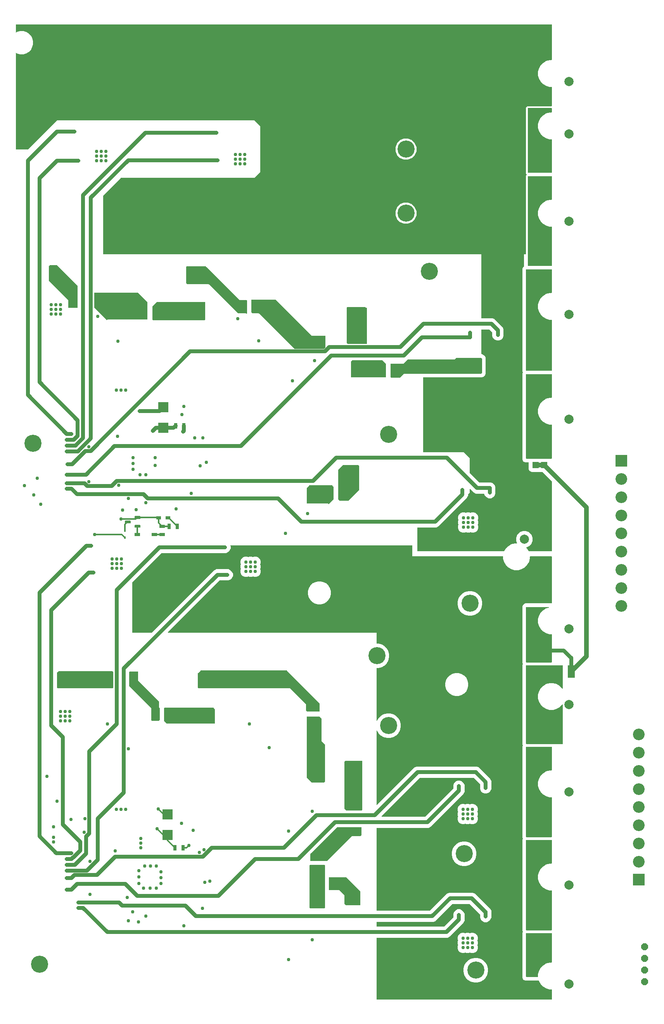
<source format=gbl>
G04 EAGLE Gerber RS-274X export*
G75*
%MOMM*%
%FSLAX34Y34*%
%LPD*%
%INBottom Copper*%
%IPPOS*%
%AMOC8*
5,1,8,0,0,1.08239X$1,22.5*%
G01*
%ADD10R,2.700000X1.600000*%
%ADD11R,1.600000X2.700000*%
%ADD12R,0.800000X1.200000*%
%ADD13R,2.550000X2.550000*%
%ADD14C,2.550000*%
%ADD15R,2.300000X2.300000*%
%ADD16R,0.400000X0.560000*%
%ADD17R,3.360000X4.860000*%
%ADD18R,1.390000X1.400000*%
%ADD19R,1.200000X0.700000*%
%ADD20R,1.000000X0.800000*%
%ADD21C,3.740000*%
%ADD22C,2.000000*%
%ADD23P,1.649562X8X112.500000*%
%ADD24C,0.150000*%
%ADD25R,1.200000X0.800000*%
%ADD26R,1.800000X3.200000*%
%ADD27R,3.200000X1.800000*%
%ADD28C,0.756400*%
%ADD29C,0.304800*%
%ADD30C,1.016000*%
%ADD31C,0.812800*%

G36*
X1103237Y1040650D02*
X1103237Y1040650D01*
X1103305Y1040651D01*
X1103358Y1040669D01*
X1103413Y1040679D01*
X1103473Y1040710D01*
X1103537Y1040733D01*
X1103581Y1040767D01*
X1103630Y1040794D01*
X1103677Y1040842D01*
X1103730Y1040884D01*
X1103777Y1040948D01*
X1103800Y1040972D01*
X1103809Y1040991D01*
X1103830Y1041019D01*
X1107027Y1046558D01*
X1112442Y1051973D01*
X1119074Y1055802D01*
X1126471Y1057784D01*
X1130545Y1057784D01*
X1130590Y1057791D01*
X1130636Y1057789D01*
X1130711Y1057811D01*
X1130788Y1057823D01*
X1130828Y1057845D01*
X1130872Y1057858D01*
X1130936Y1057902D01*
X1131005Y1057939D01*
X1131037Y1057972D01*
X1131074Y1057998D01*
X1131121Y1058061D01*
X1131174Y1058117D01*
X1131194Y1058159D01*
X1131221Y1058195D01*
X1131245Y1058269D01*
X1131278Y1058340D01*
X1131283Y1058386D01*
X1131297Y1058429D01*
X1131297Y1058507D01*
X1131305Y1058584D01*
X1131295Y1058629D01*
X1131295Y1058675D01*
X1131257Y1058807D01*
X1131253Y1058825D01*
X1131250Y1058829D01*
X1131248Y1058836D01*
X1129443Y1063194D01*
X1129443Y1070406D01*
X1132203Y1077069D01*
X1137303Y1082169D01*
X1143966Y1084929D01*
X1151178Y1084929D01*
X1157841Y1082169D01*
X1162941Y1077069D01*
X1165701Y1070406D01*
X1165701Y1063194D01*
X1162941Y1056531D01*
X1157841Y1051431D01*
X1152430Y1049190D01*
X1152391Y1049166D01*
X1152347Y1049150D01*
X1152287Y1049101D01*
X1152220Y1049060D01*
X1152191Y1049025D01*
X1152155Y1048996D01*
X1152113Y1048931D01*
X1152064Y1048871D01*
X1152047Y1048828D01*
X1152022Y1048789D01*
X1152003Y1048714D01*
X1151975Y1048641D01*
X1151974Y1048595D01*
X1151962Y1048551D01*
X1151968Y1048473D01*
X1151965Y1048395D01*
X1151978Y1048351D01*
X1151981Y1048305D01*
X1152012Y1048234D01*
X1152034Y1048159D01*
X1152060Y1048121D01*
X1152078Y1048079D01*
X1152163Y1047972D01*
X1152174Y1047957D01*
X1152178Y1047954D01*
X1152183Y1047948D01*
X1153573Y1046558D01*
X1156770Y1041019D01*
X1156813Y1040967D01*
X1156848Y1040909D01*
X1156891Y1040873D01*
X1156926Y1040829D01*
X1156983Y1040793D01*
X1157035Y1040749D01*
X1157087Y1040728D01*
X1157135Y1040698D01*
X1157200Y1040683D01*
X1157263Y1040657D01*
X1157342Y1040649D01*
X1157374Y1040641D01*
X1157394Y1040643D01*
X1157430Y1040639D01*
X1206500Y1040639D01*
X1206520Y1040642D01*
X1206539Y1040640D01*
X1206641Y1040662D01*
X1206743Y1040679D01*
X1206760Y1040688D01*
X1206780Y1040692D01*
X1206869Y1040745D01*
X1206960Y1040794D01*
X1206974Y1040808D01*
X1206991Y1040818D01*
X1207058Y1040897D01*
X1207130Y1040972D01*
X1207138Y1040990D01*
X1207151Y1041005D01*
X1207190Y1041101D01*
X1207233Y1041195D01*
X1207235Y1041215D01*
X1207243Y1041233D01*
X1207261Y1041400D01*
X1207261Y1192723D01*
X1207247Y1192814D01*
X1207239Y1192904D01*
X1207227Y1192934D01*
X1207222Y1192966D01*
X1207179Y1193047D01*
X1207143Y1193131D01*
X1207117Y1193163D01*
X1207106Y1193184D01*
X1207083Y1193206D01*
X1207038Y1193262D01*
X1186972Y1213328D01*
X1186898Y1213381D01*
X1186828Y1213441D01*
X1186798Y1213453D01*
X1186772Y1213472D01*
X1186685Y1213499D01*
X1186600Y1213533D01*
X1186559Y1213537D01*
X1186537Y1213544D01*
X1186505Y1213543D01*
X1186433Y1213551D01*
X1181733Y1213551D01*
X1181391Y1213693D01*
X1181303Y1213714D01*
X1181216Y1213742D01*
X1181183Y1213742D01*
X1181152Y1213749D01*
X1181061Y1213740D01*
X1180970Y1213740D01*
X1180930Y1213728D01*
X1180907Y1213726D01*
X1180878Y1213713D01*
X1180809Y1213693D01*
X1180467Y1213551D01*
X1163333Y1213551D01*
X1160345Y1214789D01*
X1158059Y1217075D01*
X1156821Y1220063D01*
X1156821Y1233678D01*
X1156818Y1233698D01*
X1156820Y1233717D01*
X1156798Y1233819D01*
X1156782Y1233921D01*
X1156772Y1233938D01*
X1156768Y1233958D01*
X1156715Y1234047D01*
X1156666Y1234138D01*
X1156652Y1234152D01*
X1156642Y1234169D01*
X1156563Y1234236D01*
X1156488Y1234308D01*
X1156470Y1234316D01*
X1156455Y1234329D01*
X1156359Y1234368D01*
X1156265Y1234411D01*
X1156245Y1234413D01*
X1156227Y1234421D01*
X1156060Y1234439D01*
X1150122Y1234439D01*
X1146854Y1235793D01*
X1144353Y1238294D01*
X1142999Y1241562D01*
X1142999Y1427978D01*
X1143987Y1430364D01*
X1144008Y1430452D01*
X1144036Y1430539D01*
X1144036Y1430572D01*
X1144043Y1430603D01*
X1144035Y1430694D01*
X1144034Y1430785D01*
X1144023Y1430825D01*
X1144020Y1430848D01*
X1144007Y1430877D01*
X1143987Y1430946D01*
X1142999Y1433332D01*
X1142999Y1656578D01*
X1144353Y1659846D01*
X1146586Y1662080D01*
X1146634Y1662146D01*
X1146640Y1662152D01*
X1146641Y1662156D01*
X1146699Y1662223D01*
X1146711Y1662253D01*
X1146730Y1662279D01*
X1146757Y1662366D01*
X1146791Y1662451D01*
X1146795Y1662492D01*
X1146802Y1662515D01*
X1146801Y1662547D01*
X1146809Y1662618D01*
X1146809Y1688339D01*
X1150112Y1688339D01*
X1150132Y1688342D01*
X1150151Y1688340D01*
X1150253Y1688362D01*
X1150355Y1688379D01*
X1150372Y1688388D01*
X1150392Y1688392D01*
X1150481Y1688445D01*
X1150572Y1688494D01*
X1150586Y1688508D01*
X1150603Y1688518D01*
X1150670Y1688597D01*
X1150742Y1688672D01*
X1150750Y1688690D01*
X1150763Y1688705D01*
X1150802Y1688801D01*
X1150845Y1688895D01*
X1150847Y1688915D01*
X1150855Y1688933D01*
X1150873Y1689100D01*
X1150873Y1860009D01*
X1152781Y1861917D01*
X1152792Y1861933D01*
X1152808Y1861945D01*
X1152864Y1862033D01*
X1152924Y1862116D01*
X1152930Y1862135D01*
X1152941Y1862152D01*
X1152966Y1862253D01*
X1152997Y1862352D01*
X1152996Y1862371D01*
X1153001Y1862391D01*
X1152993Y1862494D01*
X1152990Y1862597D01*
X1152983Y1862616D01*
X1152982Y1862636D01*
X1152941Y1862731D01*
X1152906Y1862828D01*
X1152893Y1862844D01*
X1152885Y1862862D01*
X1152781Y1862993D01*
X1150873Y1864901D01*
X1150873Y2008599D01*
X1153701Y2011427D01*
X1206500Y2011427D01*
X1206520Y2011430D01*
X1206539Y2011428D01*
X1206641Y2011450D01*
X1206743Y2011466D01*
X1206760Y2011476D01*
X1206780Y2011480D01*
X1206869Y2011533D01*
X1206960Y2011582D01*
X1206974Y2011596D01*
X1206991Y2011606D01*
X1207058Y2011685D01*
X1207130Y2011760D01*
X1207138Y2011778D01*
X1207151Y2011793D01*
X1207190Y2011889D01*
X1207233Y2011983D01*
X1207235Y2012003D01*
X1207243Y2012021D01*
X1207261Y2012188D01*
X1207261Y2052955D01*
X1207258Y2052975D01*
X1207260Y2052994D01*
X1207238Y2053096D01*
X1207222Y2053198D01*
X1207212Y2053215D01*
X1207208Y2053235D01*
X1207155Y2053324D01*
X1207106Y2053415D01*
X1207092Y2053429D01*
X1207082Y2053446D01*
X1207003Y2053513D01*
X1206928Y2053585D01*
X1206910Y2053593D01*
X1206895Y2053606D01*
X1206799Y2053645D01*
X1206705Y2053688D01*
X1206685Y2053690D01*
X1206667Y2053698D01*
X1206500Y2053716D01*
X1202671Y2053716D01*
X1195274Y2055698D01*
X1188642Y2059527D01*
X1183227Y2064942D01*
X1179398Y2071574D01*
X1177416Y2078971D01*
X1177416Y2086629D01*
X1179398Y2094026D01*
X1183227Y2100658D01*
X1188642Y2106073D01*
X1195274Y2109902D01*
X1202671Y2111884D01*
X1206500Y2111884D01*
X1206520Y2111887D01*
X1206539Y2111885D01*
X1206641Y2111907D01*
X1206743Y2111923D01*
X1206760Y2111933D01*
X1206780Y2111937D01*
X1206869Y2111990D01*
X1206960Y2112039D01*
X1206974Y2112053D01*
X1206991Y2112063D01*
X1207058Y2112142D01*
X1207130Y2112217D01*
X1207138Y2112235D01*
X1207151Y2112250D01*
X1207190Y2112346D01*
X1207233Y2112440D01*
X1207235Y2112460D01*
X1207243Y2112478D01*
X1207261Y2112645D01*
X1207261Y2189078D01*
X1207258Y2189098D01*
X1207260Y2189117D01*
X1207238Y2189219D01*
X1207222Y2189321D01*
X1207212Y2189338D01*
X1207208Y2189358D01*
X1207155Y2189447D01*
X1207106Y2189538D01*
X1207092Y2189552D01*
X1207082Y2189569D01*
X1207003Y2189636D01*
X1206928Y2189708D01*
X1206910Y2189716D01*
X1206895Y2189729D01*
X1206799Y2189768D01*
X1206705Y2189811D01*
X1206685Y2189813D01*
X1206667Y2189821D01*
X1206500Y2189839D01*
X38100Y2189839D01*
X38080Y2189836D01*
X38061Y2189838D01*
X37959Y2189816D01*
X37857Y2189800D01*
X37840Y2189790D01*
X37820Y2189786D01*
X37731Y2189733D01*
X37640Y2189684D01*
X37626Y2189670D01*
X37609Y2189660D01*
X37542Y2189581D01*
X37471Y2189506D01*
X37462Y2189488D01*
X37449Y2189473D01*
X37410Y2189377D01*
X37367Y2189283D01*
X37365Y2189263D01*
X37357Y2189245D01*
X37339Y2189078D01*
X37339Y2173062D01*
X37354Y2172968D01*
X37363Y2172873D01*
X37374Y2172847D01*
X37379Y2172819D01*
X37423Y2172735D01*
X37461Y2172647D01*
X37480Y2172626D01*
X37494Y2172602D01*
X37563Y2172536D01*
X37627Y2172465D01*
X37651Y2172452D01*
X37672Y2172432D01*
X37759Y2172392D01*
X37842Y2172346D01*
X37869Y2172340D01*
X37895Y2172329D01*
X37990Y2172318D01*
X38083Y2172301D01*
X38111Y2172305D01*
X38139Y2172301D01*
X38233Y2172322D01*
X38327Y2172335D01*
X38359Y2172349D01*
X38380Y2172354D01*
X38408Y2172371D01*
X38481Y2172402D01*
X40288Y2173446D01*
X46688Y2175161D01*
X53312Y2175161D01*
X59712Y2173446D01*
X65449Y2170134D01*
X70134Y2165449D01*
X73446Y2159712D01*
X75161Y2153312D01*
X75161Y2146688D01*
X73446Y2140288D01*
X70134Y2134551D01*
X65449Y2129866D01*
X59712Y2126554D01*
X53312Y2124839D01*
X46688Y2124839D01*
X40288Y2126554D01*
X38481Y2127598D01*
X38392Y2127631D01*
X38305Y2127671D01*
X38277Y2127675D01*
X38251Y2127685D01*
X38155Y2127688D01*
X38061Y2127699D01*
X38033Y2127693D01*
X38005Y2127694D01*
X37913Y2127667D01*
X37820Y2127646D01*
X37796Y2127632D01*
X37769Y2127624D01*
X37691Y2127569D01*
X37609Y2127520D01*
X37591Y2127499D01*
X37568Y2127482D01*
X37511Y2127406D01*
X37449Y2127333D01*
X37439Y2127307D01*
X37422Y2127284D01*
X37393Y2127194D01*
X37357Y2127105D01*
X37353Y2127070D01*
X37347Y2127050D01*
X37348Y2127017D01*
X37339Y2126938D01*
X37339Y1917700D01*
X37342Y1917680D01*
X37340Y1917661D01*
X37362Y1917559D01*
X37379Y1917457D01*
X37388Y1917440D01*
X37392Y1917420D01*
X37445Y1917331D01*
X37494Y1917240D01*
X37508Y1917226D01*
X37518Y1917209D01*
X37597Y1917142D01*
X37672Y1917071D01*
X37690Y1917062D01*
X37705Y1917049D01*
X37801Y1917010D01*
X37895Y1916967D01*
X37915Y1916965D01*
X37933Y1916957D01*
X38100Y1916939D01*
X63500Y1916939D01*
X63590Y1916954D01*
X63681Y1916961D01*
X63711Y1916973D01*
X63743Y1916979D01*
X63823Y1917021D01*
X63907Y1917057D01*
X63939Y1917083D01*
X63960Y1917094D01*
X63982Y1917117D01*
X64038Y1917162D01*
X127315Y1980439D01*
X558485Y1980439D01*
X570739Y1968185D01*
X570739Y1867215D01*
X558485Y1854961D01*
X266700Y1854961D01*
X266610Y1854947D01*
X266519Y1854939D01*
X266489Y1854927D01*
X266457Y1854922D01*
X266377Y1854879D01*
X266293Y1854843D01*
X266261Y1854817D01*
X266240Y1854806D01*
X266218Y1854783D01*
X266162Y1854738D01*
X228062Y1816638D01*
X228009Y1816564D01*
X227949Y1816495D01*
X227937Y1816465D01*
X227918Y1816439D01*
X227891Y1816352D01*
X227857Y1816267D01*
X227853Y1816226D01*
X227846Y1816203D01*
X227847Y1816171D01*
X227839Y1816100D01*
X227839Y1689100D01*
X227842Y1689080D01*
X227840Y1689061D01*
X227862Y1688959D01*
X227879Y1688857D01*
X227888Y1688840D01*
X227892Y1688820D01*
X227945Y1688731D01*
X227994Y1688640D01*
X228008Y1688626D01*
X228018Y1688609D01*
X228097Y1688542D01*
X228172Y1688471D01*
X228190Y1688462D01*
X228205Y1688449D01*
X228301Y1688410D01*
X228395Y1688367D01*
X228415Y1688365D01*
X228433Y1688357D01*
X228600Y1688339D01*
X1053339Y1688339D01*
X1053339Y1549654D01*
X1053342Y1549634D01*
X1053340Y1549615D01*
X1053362Y1549513D01*
X1053379Y1549411D01*
X1053388Y1549394D01*
X1053392Y1549374D01*
X1053445Y1549285D01*
X1053494Y1549194D01*
X1053508Y1549180D01*
X1053518Y1549163D01*
X1053597Y1549096D01*
X1053672Y1549024D01*
X1053690Y1549016D01*
X1053705Y1549003D01*
X1053801Y1548964D01*
X1053895Y1548921D01*
X1053915Y1548919D01*
X1053933Y1548911D01*
X1054100Y1548893D01*
X1078115Y1548893D01*
X1082597Y1547036D01*
X1099996Y1529637D01*
X1101853Y1525155D01*
X1101853Y1510145D01*
X1099996Y1505663D01*
X1096567Y1502234D01*
X1092085Y1500377D01*
X1087235Y1500377D01*
X1082753Y1502234D01*
X1079324Y1505663D01*
X1077467Y1510145D01*
X1077467Y1517364D01*
X1077453Y1517454D01*
X1077445Y1517545D01*
X1077433Y1517575D01*
X1077428Y1517607D01*
X1077385Y1517688D01*
X1077349Y1517772D01*
X1077323Y1517804D01*
X1077312Y1517824D01*
X1077289Y1517847D01*
X1077244Y1517903D01*
X1070863Y1524284D01*
X1070789Y1524337D01*
X1070719Y1524397D01*
X1070689Y1524409D01*
X1070663Y1524428D01*
X1070576Y1524455D01*
X1070491Y1524489D01*
X1070450Y1524493D01*
X1070428Y1524500D01*
X1070396Y1524499D01*
X1070324Y1524507D01*
X1054100Y1524507D01*
X1054080Y1524504D01*
X1054061Y1524506D01*
X1053959Y1524484D01*
X1053857Y1524468D01*
X1053840Y1524458D01*
X1053820Y1524454D01*
X1053731Y1524401D01*
X1053640Y1524352D01*
X1053626Y1524338D01*
X1053609Y1524328D01*
X1053542Y1524249D01*
X1053471Y1524174D01*
X1053462Y1524156D01*
X1053449Y1524141D01*
X1053410Y1524045D01*
X1053367Y1523951D01*
X1053365Y1523931D01*
X1053357Y1523913D01*
X1053339Y1523746D01*
X1053339Y1471422D01*
X1053342Y1471402D01*
X1053340Y1471383D01*
X1053362Y1471281D01*
X1053379Y1471179D01*
X1053388Y1471162D01*
X1053392Y1471142D01*
X1053445Y1471053D01*
X1053494Y1470962D01*
X1053508Y1470948D01*
X1053518Y1470931D01*
X1053597Y1470864D01*
X1053672Y1470792D01*
X1053690Y1470784D01*
X1053705Y1470771D01*
X1053801Y1470732D01*
X1053895Y1470689D01*
X1053915Y1470687D01*
X1053933Y1470679D01*
X1054100Y1470661D01*
X1054598Y1470661D01*
X1057866Y1469307D01*
X1059029Y1468144D01*
X1061637Y1465536D01*
X1062991Y1462268D01*
X1062991Y1428252D01*
X1061637Y1424984D01*
X1057866Y1421213D01*
X1054598Y1419859D01*
X927100Y1419859D01*
X927080Y1419856D01*
X927061Y1419858D01*
X926959Y1419836D01*
X926857Y1419820D01*
X926840Y1419810D01*
X926820Y1419806D01*
X926731Y1419753D01*
X926640Y1419704D01*
X926626Y1419690D01*
X926609Y1419680D01*
X926542Y1419601D01*
X926471Y1419526D01*
X926462Y1419508D01*
X926449Y1419493D01*
X926410Y1419397D01*
X926367Y1419303D01*
X926365Y1419283D01*
X926357Y1419265D01*
X926339Y1419098D01*
X926339Y1257554D01*
X926342Y1257534D01*
X926340Y1257515D01*
X926362Y1257413D01*
X926379Y1257311D01*
X926388Y1257294D01*
X926392Y1257274D01*
X926445Y1257185D01*
X926494Y1257094D01*
X926508Y1257080D01*
X926518Y1257063D01*
X926597Y1256996D01*
X926672Y1256924D01*
X926690Y1256916D01*
X926705Y1256903D01*
X926801Y1256864D01*
X926895Y1256821D01*
X926915Y1256819D01*
X926933Y1256811D01*
X927100Y1256793D01*
X980325Y1256793D01*
X980799Y1256597D01*
X980862Y1256582D01*
X980923Y1256557D01*
X981006Y1256548D01*
X981038Y1256541D01*
X981057Y1256542D01*
X981090Y1256539D01*
X1015685Y1256539D01*
X1027939Y1244285D01*
X1027939Y1212120D01*
X1027954Y1212030D01*
X1027961Y1211939D01*
X1027973Y1211909D01*
X1027979Y1211877D01*
X1028021Y1211796D01*
X1028057Y1211712D01*
X1028083Y1211680D01*
X1028094Y1211660D01*
X1028117Y1211637D01*
X1028162Y1211581D01*
X1048767Y1190976D01*
X1048841Y1190923D01*
X1048911Y1190863D01*
X1048941Y1190851D01*
X1048967Y1190832D01*
X1049054Y1190805D01*
X1049139Y1190771D01*
X1049180Y1190767D01*
X1049202Y1190760D01*
X1049234Y1190761D01*
X1049306Y1190753D01*
X1074305Y1190753D01*
X1078787Y1188896D01*
X1082216Y1185467D01*
X1084073Y1180985D01*
X1084073Y1165975D01*
X1082216Y1161493D01*
X1078787Y1158064D01*
X1074305Y1156207D01*
X1069455Y1156207D01*
X1064973Y1158064D01*
X1061544Y1161493D01*
X1059719Y1165897D01*
X1059658Y1165997D01*
X1059598Y1166097D01*
X1059593Y1166101D01*
X1059590Y1166106D01*
X1059500Y1166181D01*
X1059411Y1166257D01*
X1059405Y1166259D01*
X1059400Y1166263D01*
X1059292Y1166305D01*
X1059183Y1166349D01*
X1059175Y1166350D01*
X1059171Y1166351D01*
X1059152Y1166352D01*
X1059016Y1166367D01*
X1041515Y1166367D01*
X1037033Y1168224D01*
X1029238Y1176019D01*
X1029180Y1176060D01*
X1029128Y1176110D01*
X1029081Y1176132D01*
X1029039Y1176162D01*
X1028970Y1176183D01*
X1028905Y1176213D01*
X1028853Y1176219D01*
X1028803Y1176234D01*
X1028732Y1176233D01*
X1028661Y1176241D01*
X1028610Y1176229D01*
X1028558Y1176228D01*
X1028490Y1176203D01*
X1028420Y1176188D01*
X1028376Y1176162D01*
X1028327Y1176144D01*
X1028271Y1176099D01*
X1028209Y1176062D01*
X1028175Y1176023D01*
X1028135Y1175990D01*
X1028096Y1175930D01*
X1028049Y1175875D01*
X1028030Y1175827D01*
X1028002Y1175783D01*
X1027984Y1175714D01*
X1027957Y1175647D01*
X1027949Y1175576D01*
X1027941Y1175545D01*
X1027943Y1175521D01*
X1027939Y1175480D01*
X1027939Y1168715D01*
X1024606Y1165382D01*
X1024553Y1165308D01*
X1024493Y1165239D01*
X1024481Y1165209D01*
X1024462Y1165183D01*
X1024435Y1165096D01*
X1024401Y1165011D01*
X1024397Y1164970D01*
X1024390Y1164947D01*
X1024391Y1164915D01*
X1024383Y1164844D01*
X1024383Y1162165D01*
X1022526Y1157683D01*
X1018990Y1154147D01*
X1018990Y1154146D01*
X959407Y1094564D01*
X954925Y1092707D01*
X914400Y1092707D01*
X914380Y1092704D01*
X914361Y1092706D01*
X914259Y1092684D01*
X914157Y1092668D01*
X914140Y1092658D01*
X914120Y1092654D01*
X914031Y1092601D01*
X913940Y1092552D01*
X913926Y1092538D01*
X913909Y1092528D01*
X913842Y1092449D01*
X913771Y1092374D01*
X913762Y1092356D01*
X913749Y1092341D01*
X913710Y1092245D01*
X913667Y1092151D01*
X913665Y1092131D01*
X913657Y1092113D01*
X913639Y1091946D01*
X913639Y1041400D01*
X913642Y1041380D01*
X913640Y1041361D01*
X913662Y1041259D01*
X913679Y1041157D01*
X913688Y1041140D01*
X913692Y1041120D01*
X913745Y1041031D01*
X913794Y1040940D01*
X913808Y1040926D01*
X913818Y1040909D01*
X913897Y1040842D01*
X913972Y1040771D01*
X913990Y1040762D01*
X914005Y1040749D01*
X914101Y1040710D01*
X914195Y1040667D01*
X914215Y1040665D01*
X914233Y1040657D01*
X914400Y1040639D01*
X1103170Y1040639D01*
X1103237Y1040650D01*
G37*
G36*
X1206520Y62742D02*
X1206520Y62742D01*
X1206539Y62740D01*
X1206641Y62762D01*
X1206743Y62779D01*
X1206760Y62788D01*
X1206780Y62792D01*
X1206869Y62845D01*
X1206960Y62894D01*
X1206974Y62908D01*
X1206991Y62918D01*
X1207058Y62997D01*
X1207130Y63072D01*
X1207138Y63090D01*
X1207151Y63105D01*
X1207190Y63201D01*
X1207233Y63295D01*
X1207235Y63315D01*
X1207243Y63333D01*
X1207261Y63500D01*
X1207261Y84455D01*
X1207258Y84475D01*
X1207260Y84494D01*
X1207238Y84596D01*
X1207222Y84698D01*
X1207212Y84715D01*
X1207208Y84735D01*
X1207155Y84824D01*
X1207106Y84915D01*
X1207092Y84929D01*
X1207082Y84946D01*
X1207003Y85013D01*
X1206928Y85085D01*
X1206910Y85093D01*
X1206895Y85106D01*
X1206799Y85145D01*
X1206705Y85188D01*
X1206685Y85190D01*
X1206667Y85198D01*
X1206500Y85216D01*
X1202671Y85216D01*
X1195274Y87198D01*
X1188642Y91027D01*
X1183227Y96442D01*
X1179398Y103074D01*
X1179264Y103575D01*
X1179246Y103615D01*
X1179237Y103658D01*
X1179196Y103726D01*
X1179163Y103799D01*
X1179133Y103831D01*
X1179111Y103869D01*
X1179050Y103921D01*
X1178995Y103979D01*
X1178957Y104000D01*
X1178924Y104029D01*
X1178849Y104059D01*
X1178779Y104097D01*
X1178736Y104104D01*
X1178695Y104121D01*
X1178551Y104137D01*
X1178537Y104139D01*
X1178534Y104139D01*
X1178529Y104139D01*
X1150122Y104139D01*
X1146854Y105493D01*
X1144353Y107994D01*
X1142999Y111262D01*
X1142999Y208778D01*
X1143724Y210529D01*
X1143745Y210618D01*
X1143773Y210704D01*
X1143773Y210737D01*
X1143780Y210768D01*
X1143772Y210859D01*
X1143771Y210950D01*
X1143760Y210990D01*
X1143757Y211013D01*
X1143744Y211042D01*
X1143724Y211111D01*
X1142999Y212862D01*
X1142999Y411978D01*
X1143724Y413729D01*
X1143745Y413817D01*
X1143773Y413904D01*
X1143773Y413937D01*
X1143780Y413968D01*
X1143772Y414059D01*
X1143771Y414150D01*
X1143759Y414190D01*
X1143757Y414213D01*
X1143744Y414242D01*
X1143724Y414311D01*
X1142999Y416062D01*
X1142999Y615178D01*
X1143724Y616929D01*
X1143745Y617017D01*
X1143773Y617104D01*
X1143773Y617137D01*
X1143780Y617168D01*
X1143772Y617259D01*
X1143771Y617350D01*
X1143759Y617390D01*
X1143757Y617413D01*
X1143744Y617442D01*
X1143724Y617511D01*
X1142999Y619262D01*
X1142999Y792978D01*
X1143724Y794729D01*
X1143745Y794818D01*
X1143773Y794904D01*
X1143773Y794937D01*
X1143780Y794968D01*
X1143772Y795059D01*
X1143771Y795150D01*
X1143760Y795190D01*
X1143757Y795213D01*
X1143744Y795242D01*
X1143724Y795311D01*
X1142999Y797062D01*
X1142999Y919978D01*
X1144353Y923246D01*
X1146854Y925747D01*
X1150122Y927101D01*
X1206500Y927101D01*
X1206520Y927104D01*
X1206539Y927102D01*
X1206641Y927124D01*
X1206743Y927140D01*
X1206760Y927150D01*
X1206780Y927154D01*
X1206869Y927207D01*
X1206960Y927256D01*
X1206974Y927270D01*
X1206991Y927280D01*
X1207058Y927359D01*
X1207130Y927434D01*
X1207138Y927452D01*
X1207151Y927467D01*
X1207190Y927563D01*
X1207233Y927657D01*
X1207235Y927677D01*
X1207243Y927695D01*
X1207261Y927862D01*
X1207261Y1028700D01*
X1207258Y1028720D01*
X1207260Y1028739D01*
X1207238Y1028841D01*
X1207222Y1028943D01*
X1207212Y1028960D01*
X1207208Y1028980D01*
X1207155Y1029069D01*
X1207106Y1029160D01*
X1207092Y1029174D01*
X1207082Y1029191D01*
X1207003Y1029258D01*
X1206928Y1029330D01*
X1206910Y1029338D01*
X1206895Y1029351D01*
X1206799Y1029390D01*
X1206705Y1029433D01*
X1206685Y1029435D01*
X1206667Y1029443D01*
X1206500Y1029461D01*
X1160145Y1029461D01*
X1160125Y1029458D01*
X1160106Y1029460D01*
X1160004Y1029438D01*
X1159902Y1029422D01*
X1159885Y1029412D01*
X1159865Y1029408D01*
X1159776Y1029355D01*
X1159685Y1029306D01*
X1159671Y1029292D01*
X1159654Y1029282D01*
X1159587Y1029203D01*
X1159515Y1029128D01*
X1159507Y1029110D01*
X1159494Y1029095D01*
X1159455Y1028999D01*
X1159412Y1028905D01*
X1159410Y1028885D01*
X1159402Y1028867D01*
X1159384Y1028700D01*
X1159384Y1024871D01*
X1157402Y1017474D01*
X1153573Y1010842D01*
X1148158Y1005427D01*
X1141526Y1001598D01*
X1134129Y999616D01*
X1126471Y999616D01*
X1119074Y1001598D01*
X1112442Y1005427D01*
X1107027Y1010842D01*
X1103198Y1017474D01*
X1101216Y1024871D01*
X1101216Y1028700D01*
X1101213Y1028720D01*
X1101215Y1028739D01*
X1101193Y1028841D01*
X1101177Y1028943D01*
X1101167Y1028960D01*
X1101163Y1028980D01*
X1101110Y1029069D01*
X1101061Y1029160D01*
X1101047Y1029174D01*
X1101037Y1029191D01*
X1100958Y1029258D01*
X1100883Y1029330D01*
X1100865Y1029338D01*
X1100850Y1029351D01*
X1100754Y1029390D01*
X1100660Y1029433D01*
X1100640Y1029435D01*
X1100622Y1029443D01*
X1100455Y1029461D01*
X902461Y1029461D01*
X902461Y1052830D01*
X902458Y1052850D01*
X902460Y1052869D01*
X902438Y1052971D01*
X902422Y1053073D01*
X902412Y1053090D01*
X902408Y1053110D01*
X902355Y1053199D01*
X902306Y1053290D01*
X902292Y1053304D01*
X902282Y1053321D01*
X902203Y1053388D01*
X902128Y1053460D01*
X902110Y1053468D01*
X902095Y1053481D01*
X901999Y1053520D01*
X901905Y1053563D01*
X901885Y1053565D01*
X901867Y1053573D01*
X901700Y1053591D01*
X506473Y1053591D01*
X506428Y1053584D01*
X506382Y1053586D01*
X506307Y1053564D01*
X506230Y1053552D01*
X506190Y1053530D01*
X506146Y1053517D01*
X506082Y1053473D01*
X506013Y1053436D01*
X505981Y1053403D01*
X505944Y1053377D01*
X505897Y1053314D01*
X505844Y1053258D01*
X505824Y1053216D01*
X505797Y1053180D01*
X505773Y1053106D01*
X505740Y1053035D01*
X505735Y1052989D01*
X505721Y1052946D01*
X505721Y1052868D01*
X505713Y1052791D01*
X505723Y1052746D01*
X505723Y1052700D01*
X505761Y1052568D01*
X505765Y1052550D01*
X505768Y1052546D01*
X505770Y1052539D01*
X506223Y1051445D01*
X506223Y1046595D01*
X504366Y1042113D01*
X500937Y1038684D01*
X496455Y1036827D01*
X355886Y1036827D01*
X355796Y1036813D01*
X355705Y1036805D01*
X355675Y1036793D01*
X355643Y1036788D01*
X355562Y1036745D01*
X355478Y1036709D01*
X355446Y1036683D01*
X355426Y1036672D01*
X355403Y1036649D01*
X355347Y1036604D01*
X291562Y972819D01*
X291509Y972745D01*
X291449Y972675D01*
X291437Y972645D01*
X291418Y972619D01*
X291391Y972532D01*
X291357Y972447D01*
X291353Y972406D01*
X291346Y972384D01*
X291347Y972352D01*
X291339Y972280D01*
X291339Y863600D01*
X291342Y863580D01*
X291340Y863561D01*
X291362Y863459D01*
X291379Y863357D01*
X291388Y863340D01*
X291392Y863320D01*
X291445Y863231D01*
X291494Y863140D01*
X291508Y863126D01*
X291518Y863109D01*
X291597Y863042D01*
X291672Y862971D01*
X291690Y862962D01*
X291705Y862949D01*
X291801Y862910D01*
X291895Y862867D01*
X291915Y862865D01*
X291933Y862857D01*
X292100Y862839D01*
X333470Y862839D01*
X333560Y862854D01*
X333651Y862861D01*
X333681Y862873D01*
X333713Y862879D01*
X333794Y862921D01*
X333878Y862957D01*
X333910Y862983D01*
X333930Y862994D01*
X333953Y863017D01*
X334009Y863062D01*
X470613Y999666D01*
X475095Y1001523D01*
X501535Y1001523D01*
X506017Y999666D01*
X509446Y996237D01*
X511303Y991755D01*
X511303Y986905D01*
X509446Y982423D01*
X506017Y978994D01*
X501535Y977137D01*
X482886Y977137D01*
X482796Y977123D01*
X482705Y977115D01*
X482675Y977103D01*
X482643Y977098D01*
X482562Y977055D01*
X482478Y977019D01*
X482446Y976993D01*
X482426Y976982D01*
X482403Y976959D01*
X482347Y976914D01*
X369571Y864138D01*
X369530Y864080D01*
X369480Y864028D01*
X369458Y863981D01*
X369428Y863939D01*
X369407Y863870D01*
X369377Y863805D01*
X369371Y863753D01*
X369356Y863703D01*
X369357Y863632D01*
X369349Y863561D01*
X369361Y863510D01*
X369362Y863458D01*
X369387Y863390D01*
X369402Y863320D01*
X369428Y863276D01*
X369446Y863227D01*
X369491Y863171D01*
X369528Y863109D01*
X369567Y863075D01*
X369600Y863035D01*
X369660Y862996D01*
X369715Y862949D01*
X369763Y862930D01*
X369807Y862902D01*
X369876Y862884D01*
X369943Y862857D01*
X370014Y862849D01*
X370045Y862841D01*
X370069Y862843D01*
X370110Y862839D01*
X824739Y862839D01*
X824739Y840390D01*
X824742Y840370D01*
X824740Y840351D01*
X824762Y840249D01*
X824779Y840147D01*
X824788Y840130D01*
X824792Y840110D01*
X824845Y840021D01*
X824894Y839930D01*
X824908Y839916D01*
X824918Y839899D01*
X824997Y839832D01*
X825072Y839760D01*
X825090Y839752D01*
X825105Y839739D01*
X825201Y839700D01*
X825295Y839657D01*
X825315Y839655D01*
X825333Y839647D01*
X825500Y839629D01*
X829032Y839629D01*
X835856Y837800D01*
X841973Y834268D01*
X846968Y829273D01*
X850500Y823156D01*
X852329Y816332D01*
X852329Y809268D01*
X850500Y802444D01*
X846968Y796327D01*
X841973Y791332D01*
X835856Y787800D01*
X829032Y785971D01*
X825500Y785971D01*
X825480Y785968D01*
X825461Y785970D01*
X825359Y785948D01*
X825257Y785932D01*
X825240Y785922D01*
X825220Y785918D01*
X825131Y785865D01*
X825040Y785816D01*
X825026Y785802D01*
X825009Y785792D01*
X824942Y785713D01*
X824871Y785638D01*
X824862Y785620D01*
X824849Y785605D01*
X824810Y785509D01*
X824767Y785415D01*
X824765Y785395D01*
X824757Y785377D01*
X824739Y785210D01*
X824739Y671586D01*
X824747Y671539D01*
X824745Y671491D01*
X824766Y671418D01*
X824779Y671343D01*
X824801Y671301D01*
X824815Y671255D01*
X824858Y671193D01*
X824894Y671126D01*
X824928Y671093D01*
X824956Y671053D01*
X825017Y671009D01*
X825072Y670956D01*
X825115Y670936D01*
X825154Y670908D01*
X825226Y670885D01*
X825295Y670853D01*
X825343Y670847D01*
X825388Y670833D01*
X825464Y670834D01*
X825539Y670826D01*
X825586Y670836D01*
X825634Y670837D01*
X825706Y670862D01*
X825780Y670878D01*
X825821Y670903D01*
X825866Y670918D01*
X825926Y670965D01*
X825991Y671004D01*
X826022Y671040D01*
X826060Y671070D01*
X826136Y671174D01*
X826151Y671191D01*
X826153Y671197D01*
X826159Y671205D01*
X829432Y676873D01*
X834427Y681868D01*
X840544Y685400D01*
X847368Y687229D01*
X854432Y687229D01*
X861256Y685400D01*
X867373Y681868D01*
X872368Y676873D01*
X875900Y670756D01*
X877729Y663932D01*
X877729Y656868D01*
X875900Y650044D01*
X872368Y643927D01*
X867373Y638932D01*
X861256Y635400D01*
X854432Y633571D01*
X847368Y633571D01*
X840544Y635400D01*
X834427Y638932D01*
X829432Y643927D01*
X826159Y649595D01*
X826129Y649632D01*
X826106Y649674D01*
X826051Y649726D01*
X826003Y649785D01*
X825963Y649811D01*
X825928Y649844D01*
X825859Y649876D01*
X825795Y649916D01*
X825748Y649927D01*
X825705Y649947D01*
X825630Y649956D01*
X825556Y649973D01*
X825508Y649969D01*
X825461Y649974D01*
X825386Y649958D01*
X825311Y649952D01*
X825267Y649932D01*
X825220Y649922D01*
X825155Y649883D01*
X825086Y649853D01*
X825050Y649820D01*
X825009Y649796D01*
X824960Y649738D01*
X824904Y649687D01*
X824880Y649645D01*
X824849Y649609D01*
X824821Y649539D01*
X824784Y649473D01*
X824775Y649425D01*
X824757Y649381D01*
X824743Y649253D01*
X824739Y649231D01*
X824740Y649224D01*
X824739Y649214D01*
X824739Y488220D01*
X824750Y488149D01*
X824752Y488077D01*
X824770Y488028D01*
X824779Y487977D01*
X824812Y487914D01*
X824837Y487846D01*
X824869Y487806D01*
X824894Y487760D01*
X824946Y487710D01*
X824990Y487654D01*
X825034Y487626D01*
X825072Y487590D01*
X825137Y487560D01*
X825197Y487521D01*
X825248Y487509D01*
X825295Y487487D01*
X825366Y487479D01*
X825436Y487461D01*
X825488Y487465D01*
X825539Y487459D01*
X825610Y487475D01*
X825681Y487480D01*
X825729Y487501D01*
X825780Y487512D01*
X825841Y487549D01*
X825907Y487577D01*
X825963Y487621D01*
X825991Y487638D01*
X826006Y487656D01*
X826038Y487681D01*
X903956Y565600D01*
X907493Y569136D01*
X911975Y570993D01*
X1043825Y570993D01*
X1048307Y569136D01*
X1073326Y544117D01*
X1075183Y539635D01*
X1075183Y522085D01*
X1073326Y517603D01*
X1069897Y514174D01*
X1065415Y512317D01*
X1060565Y512317D01*
X1056083Y514174D01*
X1052654Y517603D01*
X1050797Y522085D01*
X1050797Y531844D01*
X1050783Y531934D01*
X1050775Y532025D01*
X1050763Y532055D01*
X1050758Y532087D01*
X1050715Y532168D01*
X1050679Y532252D01*
X1050653Y532284D01*
X1050642Y532304D01*
X1050619Y532327D01*
X1050574Y532383D01*
X1036573Y546384D01*
X1036499Y546437D01*
X1036429Y546497D01*
X1036399Y546509D01*
X1036373Y546528D01*
X1036286Y546555D01*
X1036201Y546589D01*
X1036160Y546593D01*
X1036138Y546600D01*
X1036106Y546599D01*
X1036034Y546607D01*
X919766Y546607D01*
X919676Y546593D01*
X919585Y546585D01*
X919555Y546573D01*
X919523Y546568D01*
X919442Y546525D01*
X919358Y546489D01*
X919326Y546463D01*
X919306Y546452D01*
X919283Y546429D01*
X919227Y546384D01*
X835915Y463072D01*
X835874Y463014D01*
X835824Y462962D01*
X835802Y462915D01*
X835772Y462873D01*
X835751Y462804D01*
X835721Y462739D01*
X835715Y462687D01*
X835699Y462637D01*
X835701Y462566D01*
X835693Y462495D01*
X835705Y462444D01*
X835706Y462392D01*
X835730Y462324D01*
X835746Y462254D01*
X835772Y462210D01*
X835790Y462161D01*
X835835Y462105D01*
X835872Y462043D01*
X835911Y462009D01*
X835944Y461969D01*
X836004Y461930D01*
X836059Y461883D01*
X836107Y461864D01*
X836151Y461836D01*
X836220Y461818D01*
X836287Y461791D01*
X836358Y461783D01*
X836389Y461775D01*
X836413Y461777D01*
X836454Y461773D01*
X930624Y461773D01*
X930714Y461787D01*
X930805Y461795D01*
X930835Y461807D01*
X930867Y461812D01*
X930948Y461855D01*
X931032Y461891D01*
X931064Y461917D01*
X931084Y461928D01*
X931107Y461951D01*
X931163Y461996D01*
X992154Y522987D01*
X992207Y523061D01*
X992267Y523131D01*
X992279Y523161D01*
X992298Y523187D01*
X992325Y523274D01*
X992359Y523359D01*
X992363Y523400D01*
X992370Y523422D01*
X992369Y523454D01*
X992377Y523526D01*
X992377Y530745D01*
X994234Y535227D01*
X997663Y538656D01*
X1002145Y540513D01*
X1006995Y540513D01*
X1011477Y538656D01*
X1014906Y535227D01*
X1016763Y530745D01*
X1016763Y515735D01*
X1014906Y511253D01*
X942897Y439244D01*
X938415Y437387D01*
X825500Y437387D01*
X825480Y437384D01*
X825461Y437386D01*
X825359Y437364D01*
X825257Y437348D01*
X825240Y437338D01*
X825220Y437334D01*
X825131Y437281D01*
X825040Y437232D01*
X825026Y437218D01*
X825009Y437208D01*
X824942Y437129D01*
X824871Y437054D01*
X824862Y437036D01*
X824849Y437021D01*
X824810Y436925D01*
X824767Y436831D01*
X824765Y436811D01*
X824757Y436793D01*
X824739Y436626D01*
X824739Y257584D01*
X824742Y257564D01*
X824740Y257545D01*
X824762Y257443D01*
X824779Y257341D01*
X824788Y257324D01*
X824792Y257304D01*
X824845Y257215D01*
X824894Y257124D01*
X824908Y257110D01*
X824918Y257093D01*
X824997Y257026D01*
X825072Y256954D01*
X825090Y256946D01*
X825105Y256933D01*
X825201Y256894D01*
X825295Y256851D01*
X825315Y256849D01*
X825333Y256841D01*
X825500Y256823D01*
X941023Y256823D01*
X941113Y256837D01*
X941204Y256845D01*
X941234Y256857D01*
X941266Y256862D01*
X941347Y256905D01*
X941430Y256941D01*
X941463Y256967D01*
X941483Y256978D01*
X941505Y257001D01*
X941561Y257046D01*
X978542Y294026D01*
X983024Y295883D01*
X1035006Y295883D01*
X1039488Y294026D01*
X1068562Y264952D01*
X1068616Y264914D01*
X1068662Y264868D01*
X1068736Y264827D01*
X1068762Y264808D01*
X1068781Y264803D01*
X1068809Y264787D01*
X1069897Y264336D01*
X1073326Y260907D01*
X1075183Y256425D01*
X1075183Y241415D01*
X1073326Y236933D01*
X1069897Y233504D01*
X1065415Y231647D01*
X1060565Y231647D01*
X1056083Y233504D01*
X1052654Y236933D01*
X1050797Y241415D01*
X1050797Y247915D01*
X1050783Y248006D01*
X1050775Y248096D01*
X1050763Y248126D01*
X1050758Y248158D01*
X1050715Y248239D01*
X1050679Y248323D01*
X1050653Y248355D01*
X1050642Y248376D01*
X1050619Y248398D01*
X1050574Y248454D01*
X1027754Y271274D01*
X1027680Y271327D01*
X1027610Y271387D01*
X1027580Y271399D01*
X1027554Y271418D01*
X1027467Y271445D01*
X1027382Y271479D01*
X1027341Y271483D01*
X1027319Y271490D01*
X1027287Y271489D01*
X1027215Y271497D01*
X990815Y271497D01*
X990724Y271483D01*
X990634Y271475D01*
X990604Y271463D01*
X990572Y271458D01*
X990491Y271415D01*
X990407Y271379D01*
X990375Y271353D01*
X990354Y271342D01*
X990332Y271319D01*
X990276Y271274D01*
X953295Y234294D01*
X948814Y232437D01*
X825500Y232437D01*
X825480Y232434D01*
X825461Y232436D01*
X825359Y232414D01*
X825257Y232398D01*
X825240Y232388D01*
X825220Y232384D01*
X825131Y232331D01*
X825040Y232282D01*
X825026Y232268D01*
X825009Y232258D01*
X824942Y232179D01*
X824871Y232104D01*
X824862Y232086D01*
X824849Y232071D01*
X824810Y231975D01*
X824767Y231881D01*
X824765Y231861D01*
X824757Y231843D01*
X824739Y231676D01*
X824739Y222984D01*
X824742Y222964D01*
X824740Y222945D01*
X824762Y222843D01*
X824779Y222741D01*
X824788Y222724D01*
X824792Y222704D01*
X824845Y222615D01*
X824894Y222524D01*
X824908Y222510D01*
X824918Y222493D01*
X824997Y222426D01*
X825072Y222354D01*
X825090Y222346D01*
X825105Y222333D01*
X825201Y222294D01*
X825295Y222251D01*
X825315Y222249D01*
X825333Y222241D01*
X825500Y222223D01*
X971744Y222223D01*
X971834Y222237D01*
X971925Y222245D01*
X971955Y222257D01*
X971987Y222262D01*
X972068Y222305D01*
X972152Y222341D01*
X972184Y222367D01*
X972204Y222378D01*
X972227Y222401D01*
X972283Y222446D01*
X992154Y242317D01*
X992207Y242391D01*
X992267Y242461D01*
X992279Y242491D01*
X992298Y242517D01*
X992325Y242604D01*
X992359Y242689D01*
X992363Y242730D01*
X992370Y242752D01*
X992369Y242784D01*
X992377Y242856D01*
X992377Y250075D01*
X994234Y254557D01*
X997663Y257986D01*
X1002145Y259843D01*
X1006995Y259843D01*
X1011477Y257986D01*
X1014906Y254557D01*
X1016763Y250075D01*
X1016763Y235065D01*
X1014906Y230583D01*
X984017Y199694D01*
X979535Y197837D01*
X825500Y197837D01*
X825480Y197834D01*
X825461Y197836D01*
X825359Y197814D01*
X825257Y197798D01*
X825240Y197788D01*
X825220Y197784D01*
X825131Y197731D01*
X825040Y197682D01*
X825026Y197668D01*
X825009Y197658D01*
X824942Y197579D01*
X824871Y197504D01*
X824862Y197486D01*
X824849Y197471D01*
X824810Y197375D01*
X824767Y197281D01*
X824765Y197261D01*
X824757Y197243D01*
X824739Y197076D01*
X824739Y63500D01*
X824742Y63480D01*
X824740Y63461D01*
X824762Y63359D01*
X824779Y63257D01*
X824788Y63240D01*
X824792Y63220D01*
X824845Y63131D01*
X824894Y63040D01*
X824908Y63026D01*
X824918Y63009D01*
X824997Y62942D01*
X825072Y62871D01*
X825090Y62862D01*
X825105Y62849D01*
X825201Y62810D01*
X825295Y62767D01*
X825315Y62765D01*
X825333Y62757D01*
X825500Y62739D01*
X1206500Y62739D01*
X1206520Y62742D01*
G37*
G36*
X1230650Y620272D02*
X1230650Y620272D01*
X1230669Y620270D01*
X1230771Y620292D01*
X1230873Y620309D01*
X1230890Y620318D01*
X1230910Y620322D01*
X1230999Y620375D01*
X1231090Y620424D01*
X1231104Y620438D01*
X1231121Y620448D01*
X1231188Y620527D01*
X1231260Y620602D01*
X1231268Y620620D01*
X1231281Y620635D01*
X1231320Y620731D01*
X1231363Y620825D01*
X1231365Y620845D01*
X1231373Y620863D01*
X1231391Y621030D01*
X1231391Y706004D01*
X1231384Y706052D01*
X1231385Y706100D01*
X1231364Y706172D01*
X1231352Y706247D01*
X1231329Y706290D01*
X1231315Y706336D01*
X1231272Y706398D01*
X1231236Y706465D01*
X1231202Y706498D01*
X1231174Y706537D01*
X1231113Y706582D01*
X1231058Y706634D01*
X1231015Y706654D01*
X1230976Y706683D01*
X1230904Y706706D01*
X1230835Y706738D01*
X1230787Y706743D01*
X1230742Y706757D01*
X1230666Y706756D01*
X1230591Y706765D01*
X1230544Y706754D01*
X1230496Y706754D01*
X1230424Y706729D01*
X1230350Y706712D01*
X1230309Y706688D01*
X1230264Y706672D01*
X1230204Y706625D01*
X1230139Y706586D01*
X1230108Y706550D01*
X1230070Y706520D01*
X1229994Y706417D01*
X1229979Y706399D01*
X1229977Y706393D01*
X1229971Y706385D01*
X1229773Y706042D01*
X1224358Y700627D01*
X1217726Y696798D01*
X1210329Y694816D01*
X1202671Y694816D01*
X1195274Y696798D01*
X1188642Y700627D01*
X1183227Y706042D01*
X1179398Y712674D01*
X1177416Y720071D01*
X1177416Y727729D01*
X1179398Y735126D01*
X1183227Y741758D01*
X1188642Y747173D01*
X1195274Y751002D01*
X1202671Y752984D01*
X1210329Y752984D01*
X1217726Y751002D01*
X1224358Y747173D01*
X1229773Y741758D01*
X1229971Y741415D01*
X1230001Y741378D01*
X1230024Y741335D01*
X1230079Y741283D01*
X1230127Y741225D01*
X1230167Y741199D01*
X1230202Y741166D01*
X1230271Y741134D01*
X1230335Y741094D01*
X1230382Y741083D01*
X1230425Y741062D01*
X1230500Y741054D01*
X1230574Y741036D01*
X1230622Y741041D01*
X1230669Y741035D01*
X1230744Y741051D01*
X1230819Y741058D01*
X1230863Y741077D01*
X1230910Y741088D01*
X1230975Y741127D01*
X1231044Y741157D01*
X1231080Y741189D01*
X1231121Y741214D01*
X1231170Y741271D01*
X1231226Y741322D01*
X1231250Y741364D01*
X1231281Y741401D01*
X1231309Y741471D01*
X1231346Y741537D01*
X1231355Y741584D01*
X1231373Y741629D01*
X1231387Y741757D01*
X1231391Y741779D01*
X1231390Y741786D01*
X1231391Y741796D01*
X1231391Y791210D01*
X1231388Y791230D01*
X1231390Y791249D01*
X1231368Y791351D01*
X1231352Y791453D01*
X1231342Y791470D01*
X1231338Y791490D01*
X1231285Y791579D01*
X1231236Y791670D01*
X1231222Y791684D01*
X1231212Y791701D01*
X1231133Y791768D01*
X1231058Y791840D01*
X1231040Y791848D01*
X1231025Y791861D01*
X1230929Y791900D01*
X1230835Y791943D01*
X1230815Y791945D01*
X1230797Y791953D01*
X1230630Y791971D01*
X1151890Y791971D01*
X1151870Y791968D01*
X1151851Y791970D01*
X1151749Y791948D01*
X1151647Y791932D01*
X1151630Y791922D01*
X1151610Y791918D01*
X1151521Y791865D01*
X1151430Y791816D01*
X1151416Y791802D01*
X1151399Y791792D01*
X1151332Y791713D01*
X1151261Y791638D01*
X1151252Y791620D01*
X1151239Y791605D01*
X1151200Y791509D01*
X1151157Y791415D01*
X1151155Y791395D01*
X1151147Y791377D01*
X1151129Y791210D01*
X1151129Y621030D01*
X1151132Y621010D01*
X1151130Y620991D01*
X1151152Y620889D01*
X1151169Y620787D01*
X1151178Y620770D01*
X1151182Y620750D01*
X1151235Y620661D01*
X1151284Y620570D01*
X1151298Y620556D01*
X1151308Y620539D01*
X1151387Y620472D01*
X1151462Y620401D01*
X1151480Y620392D01*
X1151495Y620379D01*
X1151591Y620340D01*
X1151685Y620297D01*
X1151705Y620295D01*
X1151723Y620287D01*
X1151890Y620269D01*
X1230630Y620269D01*
X1230650Y620272D01*
G37*
G36*
X1206520Y1434342D02*
X1206520Y1434342D01*
X1206539Y1434340D01*
X1206641Y1434362D01*
X1206743Y1434379D01*
X1206760Y1434388D01*
X1206780Y1434392D01*
X1206869Y1434445D01*
X1206960Y1434494D01*
X1206974Y1434508D01*
X1206991Y1434518D01*
X1207058Y1434597D01*
X1207130Y1434672D01*
X1207138Y1434690D01*
X1207151Y1434705D01*
X1207190Y1434801D01*
X1207233Y1434895D01*
X1207235Y1434915D01*
X1207243Y1434933D01*
X1207261Y1435100D01*
X1207261Y1544955D01*
X1207258Y1544975D01*
X1207260Y1544994D01*
X1207238Y1545096D01*
X1207222Y1545198D01*
X1207212Y1545215D01*
X1207208Y1545235D01*
X1207155Y1545324D01*
X1207106Y1545415D01*
X1207092Y1545429D01*
X1207082Y1545446D01*
X1207003Y1545513D01*
X1206928Y1545585D01*
X1206910Y1545593D01*
X1206895Y1545606D01*
X1206799Y1545645D01*
X1206705Y1545688D01*
X1206685Y1545690D01*
X1206667Y1545698D01*
X1206500Y1545716D01*
X1202671Y1545716D01*
X1195274Y1547698D01*
X1188642Y1551527D01*
X1183227Y1556942D01*
X1179398Y1563574D01*
X1177416Y1570971D01*
X1177416Y1578629D01*
X1179398Y1586026D01*
X1183227Y1592658D01*
X1188642Y1598073D01*
X1195274Y1601902D01*
X1202671Y1603884D01*
X1206500Y1603884D01*
X1206520Y1603887D01*
X1206539Y1603885D01*
X1206641Y1603907D01*
X1206743Y1603923D01*
X1206760Y1603933D01*
X1206780Y1603937D01*
X1206869Y1603990D01*
X1206960Y1604039D01*
X1206974Y1604053D01*
X1206991Y1604063D01*
X1207058Y1604142D01*
X1207130Y1604217D01*
X1207138Y1604235D01*
X1207151Y1604250D01*
X1207190Y1604346D01*
X1207233Y1604440D01*
X1207235Y1604460D01*
X1207243Y1604478D01*
X1207261Y1604645D01*
X1207261Y1654810D01*
X1207258Y1654830D01*
X1207260Y1654849D01*
X1207238Y1654951D01*
X1207222Y1655053D01*
X1207212Y1655070D01*
X1207208Y1655090D01*
X1207155Y1655179D01*
X1207106Y1655270D01*
X1207092Y1655284D01*
X1207082Y1655301D01*
X1207003Y1655368D01*
X1206928Y1655440D01*
X1206910Y1655448D01*
X1206895Y1655461D01*
X1206799Y1655500D01*
X1206705Y1655543D01*
X1206685Y1655545D01*
X1206667Y1655553D01*
X1206500Y1655571D01*
X1151890Y1655571D01*
X1151870Y1655568D01*
X1151851Y1655570D01*
X1151749Y1655548D01*
X1151647Y1655532D01*
X1151630Y1655522D01*
X1151610Y1655518D01*
X1151521Y1655465D01*
X1151430Y1655416D01*
X1151416Y1655402D01*
X1151399Y1655392D01*
X1151332Y1655313D01*
X1151261Y1655238D01*
X1151252Y1655220D01*
X1151239Y1655205D01*
X1151200Y1655109D01*
X1151157Y1655015D01*
X1151155Y1654995D01*
X1151147Y1654977D01*
X1151129Y1654810D01*
X1151129Y1435100D01*
X1151132Y1435080D01*
X1151130Y1435061D01*
X1151152Y1434959D01*
X1151169Y1434857D01*
X1151178Y1434840D01*
X1151182Y1434820D01*
X1151235Y1434731D01*
X1151284Y1434640D01*
X1151298Y1434626D01*
X1151308Y1434609D01*
X1151387Y1434542D01*
X1151462Y1434471D01*
X1151480Y1434462D01*
X1151495Y1434449D01*
X1151591Y1434410D01*
X1151685Y1434367D01*
X1151705Y1434365D01*
X1151723Y1434357D01*
X1151890Y1434339D01*
X1206500Y1434339D01*
X1206520Y1434342D01*
G37*
G36*
X699790Y691392D02*
X699790Y691392D01*
X699809Y691390D01*
X699911Y691412D01*
X700013Y691429D01*
X700030Y691438D01*
X700050Y691442D01*
X700139Y691495D01*
X700230Y691544D01*
X700244Y691558D01*
X700261Y691568D01*
X700328Y691647D01*
X700400Y691722D01*
X700408Y691740D01*
X700421Y691755D01*
X700460Y691851D01*
X700503Y691945D01*
X700505Y691965D01*
X700513Y691983D01*
X700531Y692150D01*
X700531Y708660D01*
X700517Y708750D01*
X700509Y708841D01*
X700497Y708871D01*
X700492Y708903D01*
X700449Y708983D01*
X700413Y709067D01*
X700387Y709099D01*
X700376Y709120D01*
X700353Y709142D01*
X700308Y709198D01*
X629188Y780318D01*
X629114Y780371D01*
X629045Y780431D01*
X629015Y780443D01*
X628989Y780462D01*
X628902Y780489D01*
X628817Y780523D01*
X628776Y780527D01*
X628753Y780534D01*
X628721Y780533D01*
X628650Y780541D01*
X440690Y780541D01*
X440600Y780527D01*
X440509Y780519D01*
X440479Y780507D01*
X440447Y780502D01*
X440367Y780459D01*
X440283Y780423D01*
X440251Y780397D01*
X440230Y780386D01*
X440208Y780363D01*
X440152Y780318D01*
X435072Y775238D01*
X435019Y775164D01*
X434959Y775095D01*
X434947Y775065D01*
X434928Y775039D01*
X434901Y774952D01*
X434867Y774867D01*
X434863Y774826D01*
X434856Y774803D01*
X434857Y774771D01*
X434849Y774700D01*
X434849Y742950D01*
X434852Y742930D01*
X434850Y742911D01*
X434872Y742809D01*
X434889Y742707D01*
X434898Y742690D01*
X434902Y742670D01*
X434955Y742581D01*
X435004Y742490D01*
X435018Y742476D01*
X435028Y742459D01*
X435107Y742392D01*
X435182Y742321D01*
X435200Y742312D01*
X435215Y742299D01*
X435311Y742260D01*
X435405Y742217D01*
X435425Y742215D01*
X435443Y742207D01*
X435610Y742189D01*
X635955Y742189D01*
X671069Y707075D01*
X671069Y693420D01*
X671084Y693330D01*
X671091Y693239D01*
X671103Y693209D01*
X671109Y693177D01*
X671151Y693097D01*
X671187Y693013D01*
X671213Y692981D01*
X671224Y692960D01*
X671247Y692938D01*
X671292Y692882D01*
X672562Y691612D01*
X672636Y691559D01*
X672705Y691499D01*
X672735Y691487D01*
X672761Y691468D01*
X672848Y691441D01*
X672933Y691407D01*
X672974Y691403D01*
X672997Y691396D01*
X673029Y691397D01*
X673100Y691389D01*
X699770Y691389D01*
X699790Y691392D01*
G37*
G36*
X1206520Y213872D02*
X1206520Y213872D01*
X1206539Y213870D01*
X1206641Y213892D01*
X1206743Y213909D01*
X1206760Y213918D01*
X1206780Y213922D01*
X1206869Y213975D01*
X1206960Y214024D01*
X1206974Y214038D01*
X1206991Y214048D01*
X1207058Y214127D01*
X1207130Y214202D01*
X1207138Y214220D01*
X1207151Y214235D01*
X1207190Y214331D01*
X1207233Y214425D01*
X1207235Y214445D01*
X1207243Y214463D01*
X1207261Y214630D01*
X1207261Y300355D01*
X1207258Y300375D01*
X1207260Y300394D01*
X1207238Y300496D01*
X1207222Y300598D01*
X1207212Y300615D01*
X1207208Y300635D01*
X1207155Y300724D01*
X1207106Y300815D01*
X1207092Y300829D01*
X1207082Y300846D01*
X1207003Y300913D01*
X1206928Y300985D01*
X1206910Y300993D01*
X1206895Y301006D01*
X1206799Y301045D01*
X1206705Y301088D01*
X1206685Y301090D01*
X1206667Y301098D01*
X1206500Y301116D01*
X1202671Y301116D01*
X1195274Y303098D01*
X1188642Y306927D01*
X1183227Y312342D01*
X1179398Y318974D01*
X1177416Y326371D01*
X1177416Y334029D01*
X1179398Y341426D01*
X1183227Y348058D01*
X1188642Y353473D01*
X1195274Y357302D01*
X1202671Y359284D01*
X1206500Y359284D01*
X1206520Y359287D01*
X1206539Y359285D01*
X1206641Y359307D01*
X1206743Y359323D01*
X1206760Y359333D01*
X1206780Y359337D01*
X1206869Y359390D01*
X1206960Y359439D01*
X1206974Y359453D01*
X1206991Y359463D01*
X1207058Y359542D01*
X1207130Y359617D01*
X1207138Y359635D01*
X1207151Y359650D01*
X1207190Y359746D01*
X1207233Y359840D01*
X1207235Y359860D01*
X1207243Y359878D01*
X1207261Y360045D01*
X1207261Y410210D01*
X1207258Y410230D01*
X1207260Y410249D01*
X1207238Y410351D01*
X1207222Y410453D01*
X1207212Y410470D01*
X1207208Y410490D01*
X1207155Y410579D01*
X1207106Y410670D01*
X1207092Y410684D01*
X1207082Y410701D01*
X1207003Y410768D01*
X1206928Y410840D01*
X1206910Y410848D01*
X1206895Y410861D01*
X1206799Y410900D01*
X1206705Y410943D01*
X1206685Y410945D01*
X1206667Y410953D01*
X1206500Y410971D01*
X1151890Y410971D01*
X1151870Y410968D01*
X1151851Y410970D01*
X1151749Y410948D01*
X1151647Y410932D01*
X1151630Y410922D01*
X1151610Y410918D01*
X1151521Y410865D01*
X1151430Y410816D01*
X1151416Y410802D01*
X1151399Y410792D01*
X1151332Y410713D01*
X1151261Y410638D01*
X1151252Y410620D01*
X1151239Y410605D01*
X1151200Y410509D01*
X1151157Y410415D01*
X1151155Y410395D01*
X1151147Y410377D01*
X1151129Y410210D01*
X1151129Y214630D01*
X1151132Y214610D01*
X1151130Y214591D01*
X1151152Y214489D01*
X1151169Y214387D01*
X1151178Y214370D01*
X1151182Y214350D01*
X1151235Y214261D01*
X1151284Y214170D01*
X1151298Y214156D01*
X1151308Y214139D01*
X1151387Y214072D01*
X1151462Y214001D01*
X1151480Y213992D01*
X1151495Y213979D01*
X1151591Y213940D01*
X1151685Y213897D01*
X1151705Y213895D01*
X1151723Y213887D01*
X1151890Y213869D01*
X1206500Y213869D01*
X1206520Y213872D01*
G37*
G36*
X1206520Y417072D02*
X1206520Y417072D01*
X1206539Y417070D01*
X1206641Y417092D01*
X1206743Y417109D01*
X1206760Y417118D01*
X1206780Y417122D01*
X1206869Y417175D01*
X1206960Y417224D01*
X1206974Y417238D01*
X1206991Y417248D01*
X1207058Y417327D01*
X1207130Y417402D01*
X1207138Y417420D01*
X1207151Y417435D01*
X1207190Y417531D01*
X1207233Y417625D01*
X1207235Y417645D01*
X1207243Y417663D01*
X1207261Y417830D01*
X1207261Y503555D01*
X1207258Y503575D01*
X1207260Y503594D01*
X1207238Y503696D01*
X1207222Y503798D01*
X1207212Y503815D01*
X1207208Y503835D01*
X1207155Y503924D01*
X1207106Y504015D01*
X1207092Y504029D01*
X1207082Y504046D01*
X1207003Y504113D01*
X1206928Y504185D01*
X1206910Y504193D01*
X1206895Y504206D01*
X1206799Y504245D01*
X1206705Y504288D01*
X1206685Y504290D01*
X1206667Y504298D01*
X1206500Y504316D01*
X1202671Y504316D01*
X1195274Y506298D01*
X1188642Y510127D01*
X1183227Y515542D01*
X1179398Y522174D01*
X1177416Y529571D01*
X1177416Y537229D01*
X1179398Y544626D01*
X1183227Y551258D01*
X1188642Y556673D01*
X1195274Y560502D01*
X1202671Y562484D01*
X1206500Y562484D01*
X1206520Y562487D01*
X1206539Y562485D01*
X1206641Y562507D01*
X1206743Y562523D01*
X1206760Y562533D01*
X1206780Y562537D01*
X1206869Y562590D01*
X1206960Y562639D01*
X1206974Y562653D01*
X1206991Y562663D01*
X1207058Y562742D01*
X1207130Y562817D01*
X1207138Y562835D01*
X1207151Y562850D01*
X1207190Y562946D01*
X1207233Y563040D01*
X1207235Y563060D01*
X1207243Y563078D01*
X1207261Y563245D01*
X1207261Y613410D01*
X1207258Y613430D01*
X1207260Y613449D01*
X1207238Y613551D01*
X1207222Y613653D01*
X1207212Y613670D01*
X1207208Y613690D01*
X1207155Y613779D01*
X1207106Y613870D01*
X1207092Y613884D01*
X1207082Y613901D01*
X1207003Y613968D01*
X1206928Y614040D01*
X1206910Y614048D01*
X1206895Y614061D01*
X1206799Y614100D01*
X1206705Y614143D01*
X1206685Y614145D01*
X1206667Y614153D01*
X1206500Y614171D01*
X1151890Y614171D01*
X1151870Y614168D01*
X1151851Y614170D01*
X1151749Y614148D01*
X1151647Y614132D01*
X1151630Y614122D01*
X1151610Y614118D01*
X1151521Y614065D01*
X1151430Y614016D01*
X1151416Y614002D01*
X1151399Y613992D01*
X1151332Y613913D01*
X1151261Y613838D01*
X1151252Y613820D01*
X1151239Y613805D01*
X1151200Y613709D01*
X1151157Y613615D01*
X1151155Y613595D01*
X1151147Y613577D01*
X1151129Y613410D01*
X1151129Y417830D01*
X1151132Y417810D01*
X1151130Y417791D01*
X1151152Y417689D01*
X1151169Y417587D01*
X1151178Y417570D01*
X1151182Y417550D01*
X1151235Y417461D01*
X1151284Y417370D01*
X1151298Y417356D01*
X1151308Y417339D01*
X1151387Y417272D01*
X1151462Y417201D01*
X1151480Y417192D01*
X1151495Y417179D01*
X1151591Y417140D01*
X1151685Y417097D01*
X1151705Y417095D01*
X1151723Y417087D01*
X1151890Y417069D01*
X1206500Y417069D01*
X1206520Y417072D01*
G37*
G36*
X1206520Y1242572D02*
X1206520Y1242572D01*
X1206539Y1242570D01*
X1206641Y1242592D01*
X1206743Y1242609D01*
X1206760Y1242618D01*
X1206780Y1242622D01*
X1206869Y1242675D01*
X1206960Y1242724D01*
X1206974Y1242738D01*
X1206991Y1242748D01*
X1207058Y1242827D01*
X1207130Y1242902D01*
X1207138Y1242920D01*
X1207151Y1242935D01*
X1207190Y1243031D01*
X1207233Y1243125D01*
X1207235Y1243145D01*
X1207243Y1243163D01*
X1207261Y1243330D01*
X1207261Y1316355D01*
X1207258Y1316375D01*
X1207260Y1316394D01*
X1207238Y1316496D01*
X1207222Y1316598D01*
X1207212Y1316615D01*
X1207208Y1316635D01*
X1207155Y1316724D01*
X1207106Y1316815D01*
X1207092Y1316829D01*
X1207082Y1316846D01*
X1207003Y1316913D01*
X1206928Y1316985D01*
X1206910Y1316993D01*
X1206895Y1317006D01*
X1206799Y1317045D01*
X1206705Y1317088D01*
X1206685Y1317090D01*
X1206667Y1317098D01*
X1206500Y1317116D01*
X1202671Y1317116D01*
X1195274Y1319098D01*
X1188642Y1322927D01*
X1183227Y1328342D01*
X1179398Y1334974D01*
X1177416Y1342371D01*
X1177416Y1350029D01*
X1179398Y1357426D01*
X1183227Y1364058D01*
X1188642Y1369473D01*
X1195274Y1373302D01*
X1202671Y1375284D01*
X1206500Y1375284D01*
X1206520Y1375287D01*
X1206539Y1375285D01*
X1206641Y1375307D01*
X1206743Y1375323D01*
X1206760Y1375333D01*
X1206780Y1375337D01*
X1206869Y1375390D01*
X1206960Y1375439D01*
X1206974Y1375453D01*
X1206991Y1375463D01*
X1207058Y1375542D01*
X1207130Y1375617D01*
X1207138Y1375635D01*
X1207151Y1375650D01*
X1207190Y1375746D01*
X1207233Y1375840D01*
X1207235Y1375860D01*
X1207243Y1375878D01*
X1207261Y1376045D01*
X1207261Y1426210D01*
X1207258Y1426230D01*
X1207260Y1426249D01*
X1207238Y1426351D01*
X1207222Y1426453D01*
X1207212Y1426470D01*
X1207208Y1426490D01*
X1207155Y1426579D01*
X1207106Y1426670D01*
X1207092Y1426684D01*
X1207082Y1426701D01*
X1207003Y1426768D01*
X1206928Y1426840D01*
X1206910Y1426848D01*
X1206895Y1426861D01*
X1206799Y1426900D01*
X1206705Y1426943D01*
X1206685Y1426945D01*
X1206667Y1426953D01*
X1206500Y1426971D01*
X1151890Y1426971D01*
X1151870Y1426968D01*
X1151851Y1426970D01*
X1151749Y1426948D01*
X1151647Y1426932D01*
X1151630Y1426922D01*
X1151610Y1426918D01*
X1151521Y1426865D01*
X1151430Y1426816D01*
X1151416Y1426802D01*
X1151399Y1426792D01*
X1151332Y1426713D01*
X1151261Y1426638D01*
X1151252Y1426620D01*
X1151239Y1426605D01*
X1151200Y1426509D01*
X1151157Y1426415D01*
X1151155Y1426395D01*
X1151147Y1426377D01*
X1151129Y1426210D01*
X1151129Y1243330D01*
X1151132Y1243310D01*
X1151130Y1243291D01*
X1151152Y1243189D01*
X1151169Y1243087D01*
X1151178Y1243070D01*
X1151182Y1243050D01*
X1151235Y1242961D01*
X1151284Y1242870D01*
X1151298Y1242856D01*
X1151308Y1242839D01*
X1151387Y1242772D01*
X1151462Y1242701D01*
X1151480Y1242692D01*
X1151495Y1242679D01*
X1151591Y1242640D01*
X1151685Y1242597D01*
X1151705Y1242595D01*
X1151723Y1242587D01*
X1151890Y1242569D01*
X1206500Y1242569D01*
X1206520Y1242572D01*
G37*
G36*
X1206520Y1662942D02*
X1206520Y1662942D01*
X1206539Y1662940D01*
X1206641Y1662962D01*
X1206743Y1662979D01*
X1206760Y1662988D01*
X1206780Y1662992D01*
X1206869Y1663045D01*
X1206960Y1663094D01*
X1206974Y1663108D01*
X1206991Y1663118D01*
X1207058Y1663197D01*
X1207130Y1663272D01*
X1207138Y1663290D01*
X1207151Y1663305D01*
X1207190Y1663401D01*
X1207233Y1663495D01*
X1207235Y1663515D01*
X1207243Y1663533D01*
X1207261Y1663700D01*
X1207261Y1748155D01*
X1207258Y1748175D01*
X1207260Y1748194D01*
X1207238Y1748296D01*
X1207222Y1748398D01*
X1207212Y1748415D01*
X1207208Y1748435D01*
X1207155Y1748524D01*
X1207106Y1748615D01*
X1207092Y1748629D01*
X1207082Y1748646D01*
X1207003Y1748713D01*
X1206928Y1748785D01*
X1206910Y1748793D01*
X1206895Y1748806D01*
X1206799Y1748845D01*
X1206705Y1748888D01*
X1206685Y1748890D01*
X1206667Y1748898D01*
X1206500Y1748916D01*
X1202671Y1748916D01*
X1195274Y1750898D01*
X1188642Y1754727D01*
X1183227Y1760142D01*
X1179398Y1766774D01*
X1177416Y1774171D01*
X1177416Y1781829D01*
X1179398Y1789226D01*
X1183227Y1795858D01*
X1188642Y1801273D01*
X1195274Y1805102D01*
X1202671Y1807084D01*
X1206500Y1807084D01*
X1206520Y1807087D01*
X1206539Y1807085D01*
X1206641Y1807107D01*
X1206743Y1807123D01*
X1206760Y1807133D01*
X1206780Y1807137D01*
X1206869Y1807190D01*
X1206960Y1807239D01*
X1206974Y1807253D01*
X1206991Y1807263D01*
X1207058Y1807342D01*
X1207130Y1807417D01*
X1207138Y1807435D01*
X1207151Y1807450D01*
X1207190Y1807546D01*
X1207233Y1807640D01*
X1207235Y1807660D01*
X1207243Y1807678D01*
X1207261Y1807845D01*
X1207261Y1858010D01*
X1207258Y1858030D01*
X1207260Y1858049D01*
X1207238Y1858151D01*
X1207222Y1858253D01*
X1207212Y1858270D01*
X1207208Y1858290D01*
X1207155Y1858379D01*
X1207106Y1858470D01*
X1207092Y1858484D01*
X1207082Y1858501D01*
X1207003Y1858568D01*
X1206928Y1858640D01*
X1206910Y1858648D01*
X1206895Y1858661D01*
X1206799Y1858700D01*
X1206705Y1858743D01*
X1206685Y1858745D01*
X1206667Y1858753D01*
X1206500Y1858771D01*
X1155700Y1858771D01*
X1155680Y1858768D01*
X1155661Y1858770D01*
X1155559Y1858748D01*
X1155457Y1858732D01*
X1155440Y1858722D01*
X1155420Y1858718D01*
X1155331Y1858665D01*
X1155240Y1858616D01*
X1155226Y1858602D01*
X1155209Y1858592D01*
X1155142Y1858513D01*
X1155071Y1858438D01*
X1155062Y1858420D01*
X1155049Y1858405D01*
X1155010Y1858309D01*
X1154967Y1858215D01*
X1154965Y1858195D01*
X1154957Y1858177D01*
X1154939Y1858010D01*
X1154939Y1663700D01*
X1154942Y1663680D01*
X1154940Y1663661D01*
X1154962Y1663559D01*
X1154979Y1663457D01*
X1154988Y1663440D01*
X1154992Y1663420D01*
X1155045Y1663331D01*
X1155094Y1663240D01*
X1155108Y1663226D01*
X1155118Y1663209D01*
X1155197Y1663142D01*
X1155272Y1663071D01*
X1155290Y1663062D01*
X1155305Y1663049D01*
X1155401Y1663010D01*
X1155495Y1662967D01*
X1155515Y1662965D01*
X1155533Y1662957D01*
X1155700Y1662939D01*
X1206500Y1662939D01*
X1206520Y1662942D01*
G37*
G36*
X710001Y1482133D02*
X710001Y1482133D01*
X710092Y1482141D01*
X710122Y1482153D01*
X710154Y1482158D01*
X710234Y1482201D01*
X710318Y1482237D01*
X710350Y1482263D01*
X710371Y1482274D01*
X710393Y1482297D01*
X710449Y1482342D01*
X713008Y1484901D01*
X713061Y1484975D01*
X713121Y1485044D01*
X713133Y1485074D01*
X713152Y1485100D01*
X713179Y1485188D01*
X713213Y1485272D01*
X713217Y1485313D01*
X713224Y1485336D01*
X713223Y1485368D01*
X713231Y1485439D01*
X713231Y1510030D01*
X713228Y1510050D01*
X713230Y1510069D01*
X713208Y1510171D01*
X713192Y1510273D01*
X713182Y1510290D01*
X713178Y1510310D01*
X713125Y1510399D01*
X713076Y1510490D01*
X713062Y1510504D01*
X713052Y1510521D01*
X712973Y1510588D01*
X712898Y1510660D01*
X712880Y1510668D01*
X712865Y1510681D01*
X712769Y1510720D01*
X712675Y1510763D01*
X712655Y1510765D01*
X712637Y1510773D01*
X712470Y1510791D01*
X683575Y1510791D01*
X605058Y1589308D01*
X604984Y1589361D01*
X604915Y1589421D01*
X604885Y1589433D01*
X604859Y1589452D01*
X604772Y1589479D01*
X604687Y1589513D01*
X604646Y1589517D01*
X604623Y1589524D01*
X604591Y1589523D01*
X604520Y1589531D01*
X552450Y1589531D01*
X552430Y1589528D01*
X552411Y1589530D01*
X552309Y1589508D01*
X552207Y1589492D01*
X552190Y1589482D01*
X552170Y1589478D01*
X552081Y1589425D01*
X551990Y1589376D01*
X551976Y1589362D01*
X551959Y1589352D01*
X551892Y1589273D01*
X551821Y1589198D01*
X551812Y1589180D01*
X551799Y1589165D01*
X551760Y1589069D01*
X551717Y1588975D01*
X551715Y1588955D01*
X551707Y1588937D01*
X551689Y1588770D01*
X551689Y1562100D01*
X551704Y1562010D01*
X551711Y1561919D01*
X551723Y1561889D01*
X551729Y1561857D01*
X551771Y1561777D01*
X551807Y1561693D01*
X551833Y1561661D01*
X551844Y1561640D01*
X551867Y1561618D01*
X551912Y1561562D01*
X553182Y1560292D01*
X553256Y1560239D01*
X553325Y1560179D01*
X553355Y1560167D01*
X553381Y1560148D01*
X553468Y1560121D01*
X553553Y1560087D01*
X553594Y1560083D01*
X553617Y1560076D01*
X553649Y1560077D01*
X553720Y1560069D01*
X567375Y1560069D01*
X645102Y1482342D01*
X645176Y1482289D01*
X645245Y1482229D01*
X645275Y1482217D01*
X645301Y1482198D01*
X645388Y1482171D01*
X645473Y1482137D01*
X645514Y1482133D01*
X645537Y1482126D01*
X645569Y1482127D01*
X645640Y1482119D01*
X709911Y1482119D01*
X710001Y1482133D01*
G37*
G36*
X875120Y1419114D02*
X875120Y1419114D01*
X875211Y1419121D01*
X875241Y1419133D01*
X875273Y1419139D01*
X875353Y1419181D01*
X875437Y1419217D01*
X875469Y1419243D01*
X875490Y1419254D01*
X875512Y1419277D01*
X875568Y1419322D01*
X884235Y1427989D01*
X1052830Y1427989D01*
X1052920Y1428004D01*
X1053011Y1428011D01*
X1053041Y1428023D01*
X1053073Y1428029D01*
X1053153Y1428071D01*
X1053237Y1428107D01*
X1053269Y1428133D01*
X1053290Y1428144D01*
X1053312Y1428167D01*
X1053368Y1428212D01*
X1054638Y1429482D01*
X1054691Y1429556D01*
X1054751Y1429625D01*
X1054763Y1429655D01*
X1054782Y1429681D01*
X1054809Y1429768D01*
X1054843Y1429853D01*
X1054847Y1429894D01*
X1054854Y1429917D01*
X1054853Y1429949D01*
X1054861Y1430020D01*
X1054861Y1460500D01*
X1054847Y1460590D01*
X1054839Y1460681D01*
X1054827Y1460711D01*
X1054822Y1460743D01*
X1054779Y1460823D01*
X1054743Y1460907D01*
X1054717Y1460939D01*
X1054706Y1460960D01*
X1054683Y1460982D01*
X1054638Y1461038D01*
X1053368Y1462308D01*
X1053294Y1462361D01*
X1053225Y1462421D01*
X1053195Y1462433D01*
X1053169Y1462452D01*
X1053082Y1462479D01*
X1052997Y1462513D01*
X1052956Y1462517D01*
X1052933Y1462524D01*
X1052901Y1462523D01*
X1052830Y1462531D01*
X999490Y1462531D01*
X999400Y1462517D01*
X999309Y1462509D01*
X999279Y1462497D01*
X999247Y1462492D01*
X999167Y1462449D01*
X999083Y1462413D01*
X999051Y1462387D01*
X999030Y1462376D01*
X999008Y1462353D01*
X998952Y1462308D01*
X995365Y1458721D01*
X892810Y1458721D01*
X892720Y1458707D01*
X892629Y1458699D01*
X892599Y1458687D01*
X892567Y1458682D01*
X892487Y1458639D01*
X892403Y1458603D01*
X892371Y1458577D01*
X892350Y1458566D01*
X892328Y1458543D01*
X892272Y1458498D01*
X883605Y1449831D01*
X855980Y1449831D01*
X855960Y1449828D01*
X855941Y1449830D01*
X855839Y1449808D01*
X855737Y1449792D01*
X855720Y1449782D01*
X855700Y1449778D01*
X855611Y1449725D01*
X855520Y1449676D01*
X855506Y1449662D01*
X855489Y1449652D01*
X855422Y1449573D01*
X855351Y1449498D01*
X855342Y1449480D01*
X855329Y1449465D01*
X855290Y1449369D01*
X855247Y1449275D01*
X855245Y1449255D01*
X855237Y1449237D01*
X855219Y1449070D01*
X855219Y1421130D01*
X855234Y1421040D01*
X855241Y1420949D01*
X855253Y1420919D01*
X855259Y1420887D01*
X855301Y1420807D01*
X855337Y1420723D01*
X855363Y1420691D01*
X855374Y1420670D01*
X855397Y1420648D01*
X855442Y1420592D01*
X856712Y1419322D01*
X856786Y1419269D01*
X856855Y1419209D01*
X856885Y1419197D01*
X856911Y1419178D01*
X856998Y1419151D01*
X857083Y1419117D01*
X857124Y1419113D01*
X857147Y1419106D01*
X857179Y1419107D01*
X857250Y1419099D01*
X875030Y1419099D01*
X875120Y1419114D01*
G37*
G36*
X236259Y1544840D02*
X236259Y1544840D01*
X236362Y1544842D01*
X236381Y1544849D01*
X236401Y1544851D01*
X236496Y1544891D01*
X236593Y1544927D01*
X236609Y1544939D01*
X236627Y1544947D01*
X236758Y1545052D01*
X237805Y1546099D01*
X323850Y1546099D01*
X323870Y1546102D01*
X323889Y1546100D01*
X323991Y1546122D01*
X324093Y1546139D01*
X324110Y1546148D01*
X324130Y1546152D01*
X324219Y1546205D01*
X324310Y1546254D01*
X324324Y1546268D01*
X324341Y1546278D01*
X324408Y1546357D01*
X324480Y1546432D01*
X324488Y1546450D01*
X324501Y1546465D01*
X324540Y1546561D01*
X324583Y1546655D01*
X324585Y1546675D01*
X324593Y1546693D01*
X324611Y1546860D01*
X324611Y1583690D01*
X324597Y1583780D01*
X324589Y1583871D01*
X324577Y1583901D01*
X324572Y1583933D01*
X324529Y1584013D01*
X324493Y1584097D01*
X324467Y1584129D01*
X324456Y1584150D01*
X324433Y1584172D01*
X324388Y1584228D01*
X304068Y1604548D01*
X303994Y1604601D01*
X303925Y1604661D01*
X303895Y1604673D01*
X303869Y1604692D01*
X303782Y1604719D01*
X303697Y1604753D01*
X303656Y1604757D01*
X303633Y1604764D01*
X303601Y1604763D01*
X303530Y1604771D01*
X209550Y1604771D01*
X209530Y1604768D01*
X209511Y1604770D01*
X209409Y1604748D01*
X209307Y1604732D01*
X209290Y1604722D01*
X209270Y1604718D01*
X209181Y1604665D01*
X209090Y1604616D01*
X209076Y1604602D01*
X209059Y1604592D01*
X208992Y1604513D01*
X208921Y1604438D01*
X208912Y1604420D01*
X208899Y1604405D01*
X208860Y1604309D01*
X208817Y1604215D01*
X208815Y1604195D01*
X208807Y1604177D01*
X208789Y1604010D01*
X208789Y1572260D01*
X208804Y1572170D01*
X208811Y1572079D01*
X208823Y1572049D01*
X208829Y1572017D01*
X208871Y1571937D01*
X208907Y1571853D01*
X208933Y1571821D01*
X208944Y1571800D01*
X208967Y1571778D01*
X208993Y1571745D01*
X208994Y1571743D01*
X208996Y1571742D01*
X209012Y1571722D01*
X235682Y1545052D01*
X235698Y1545040D01*
X235710Y1545025D01*
X235798Y1544968D01*
X235881Y1544908D01*
X235900Y1544902D01*
X235917Y1544892D01*
X236018Y1544866D01*
X236117Y1544836D01*
X236136Y1544836D01*
X236156Y1544831D01*
X236259Y1544840D01*
G37*
G36*
X1206520Y1866142D02*
X1206520Y1866142D01*
X1206539Y1866140D01*
X1206641Y1866162D01*
X1206743Y1866179D01*
X1206760Y1866188D01*
X1206780Y1866192D01*
X1206869Y1866245D01*
X1206960Y1866294D01*
X1206974Y1866308D01*
X1206991Y1866318D01*
X1207058Y1866397D01*
X1207130Y1866472D01*
X1207138Y1866490D01*
X1207151Y1866505D01*
X1207190Y1866601D01*
X1207233Y1866695D01*
X1207235Y1866715D01*
X1207243Y1866733D01*
X1207261Y1866900D01*
X1207261Y1938655D01*
X1207258Y1938675D01*
X1207260Y1938694D01*
X1207238Y1938796D01*
X1207222Y1938898D01*
X1207212Y1938915D01*
X1207208Y1938935D01*
X1207155Y1939024D01*
X1207106Y1939115D01*
X1207092Y1939129D01*
X1207082Y1939146D01*
X1207003Y1939213D01*
X1206928Y1939285D01*
X1206910Y1939293D01*
X1206895Y1939306D01*
X1206799Y1939345D01*
X1206705Y1939388D01*
X1206685Y1939390D01*
X1206667Y1939398D01*
X1206500Y1939416D01*
X1202671Y1939416D01*
X1195274Y1941398D01*
X1188642Y1945227D01*
X1183227Y1950642D01*
X1179398Y1957274D01*
X1177416Y1964671D01*
X1177416Y1972329D01*
X1179398Y1979726D01*
X1183227Y1986358D01*
X1188642Y1991773D01*
X1195274Y1995602D01*
X1202671Y1997584D01*
X1206500Y1997584D01*
X1206520Y1997587D01*
X1206539Y1997585D01*
X1206641Y1997607D01*
X1206743Y1997623D01*
X1206760Y1997633D01*
X1206780Y1997637D01*
X1206869Y1997690D01*
X1206960Y1997739D01*
X1206974Y1997753D01*
X1206991Y1997763D01*
X1207058Y1997842D01*
X1207130Y1997917D01*
X1207138Y1997935D01*
X1207151Y1997950D01*
X1207190Y1998046D01*
X1207233Y1998140D01*
X1207235Y1998160D01*
X1207243Y1998178D01*
X1207261Y1998345D01*
X1207261Y2006600D01*
X1207258Y2006620D01*
X1207260Y2006639D01*
X1207238Y2006741D01*
X1207222Y2006843D01*
X1207212Y2006860D01*
X1207208Y2006880D01*
X1207155Y2006969D01*
X1207106Y2007060D01*
X1207092Y2007074D01*
X1207082Y2007091D01*
X1207003Y2007158D01*
X1206928Y2007230D01*
X1206910Y2007238D01*
X1206895Y2007251D01*
X1206799Y2007290D01*
X1206705Y2007333D01*
X1206685Y2007335D01*
X1206667Y2007343D01*
X1206500Y2007361D01*
X1155700Y2007361D01*
X1155680Y2007358D01*
X1155661Y2007360D01*
X1155559Y2007338D01*
X1155457Y2007322D01*
X1155440Y2007312D01*
X1155420Y2007308D01*
X1155331Y2007255D01*
X1155240Y2007206D01*
X1155226Y2007192D01*
X1155209Y2007182D01*
X1155142Y2007103D01*
X1155071Y2007028D01*
X1155062Y2007010D01*
X1155049Y2006995D01*
X1155010Y2006899D01*
X1154967Y2006805D01*
X1154965Y2006785D01*
X1154957Y2006767D01*
X1154939Y2006600D01*
X1154939Y1866900D01*
X1154942Y1866880D01*
X1154940Y1866861D01*
X1154962Y1866759D01*
X1154979Y1866657D01*
X1154988Y1866640D01*
X1154992Y1866620D01*
X1155045Y1866531D01*
X1155094Y1866440D01*
X1155108Y1866426D01*
X1155118Y1866409D01*
X1155197Y1866342D01*
X1155272Y1866271D01*
X1155290Y1866262D01*
X1155305Y1866249D01*
X1155401Y1866210D01*
X1155495Y1866167D01*
X1155515Y1866165D01*
X1155533Y1866157D01*
X1155700Y1866139D01*
X1206500Y1866139D01*
X1206520Y1866142D01*
G37*
G36*
X1206520Y798072D02*
X1206520Y798072D01*
X1206539Y798070D01*
X1206641Y798092D01*
X1206743Y798109D01*
X1206760Y798118D01*
X1206780Y798122D01*
X1206869Y798175D01*
X1206960Y798224D01*
X1206974Y798238D01*
X1206991Y798248D01*
X1207058Y798327D01*
X1207130Y798402D01*
X1207138Y798420D01*
X1207151Y798435D01*
X1207190Y798531D01*
X1207233Y798625D01*
X1207235Y798645D01*
X1207243Y798663D01*
X1207261Y798830D01*
X1207261Y859155D01*
X1207258Y859175D01*
X1207260Y859194D01*
X1207238Y859296D01*
X1207222Y859398D01*
X1207212Y859415D01*
X1207208Y859435D01*
X1207155Y859524D01*
X1207106Y859615D01*
X1207092Y859629D01*
X1207082Y859646D01*
X1207003Y859713D01*
X1206928Y859785D01*
X1206910Y859793D01*
X1206895Y859806D01*
X1206799Y859845D01*
X1206705Y859888D01*
X1206685Y859890D01*
X1206667Y859898D01*
X1206500Y859916D01*
X1202671Y859916D01*
X1195274Y861898D01*
X1188642Y865727D01*
X1183227Y871142D01*
X1179398Y877774D01*
X1177416Y885171D01*
X1177416Y892829D01*
X1179398Y900226D01*
X1183227Y906858D01*
X1188642Y912273D01*
X1195274Y916102D01*
X1200398Y917475D01*
X1200420Y917485D01*
X1200444Y917489D01*
X1200532Y917535D01*
X1200622Y917576D01*
X1200640Y917592D01*
X1200661Y917604D01*
X1200730Y917676D01*
X1200803Y917743D01*
X1200814Y917764D01*
X1200831Y917782D01*
X1200872Y917872D01*
X1200920Y917959D01*
X1200924Y917983D01*
X1200934Y918005D01*
X1200945Y918104D01*
X1200962Y918202D01*
X1200959Y918226D01*
X1200961Y918249D01*
X1200940Y918347D01*
X1200925Y918445D01*
X1200914Y918466D01*
X1200909Y918490D01*
X1200858Y918575D01*
X1200813Y918664D01*
X1200795Y918680D01*
X1200783Y918701D01*
X1200707Y918766D01*
X1200636Y918835D01*
X1200614Y918845D01*
X1200596Y918861D01*
X1200504Y918898D01*
X1200414Y918941D01*
X1200390Y918944D01*
X1200368Y918953D01*
X1200201Y918971D01*
X1151890Y918971D01*
X1151870Y918968D01*
X1151851Y918970D01*
X1151749Y918948D01*
X1151647Y918932D01*
X1151630Y918922D01*
X1151610Y918918D01*
X1151521Y918865D01*
X1151430Y918816D01*
X1151416Y918802D01*
X1151399Y918792D01*
X1151332Y918713D01*
X1151261Y918638D01*
X1151252Y918620D01*
X1151239Y918605D01*
X1151200Y918509D01*
X1151157Y918415D01*
X1151155Y918395D01*
X1151147Y918377D01*
X1151129Y918210D01*
X1151129Y798830D01*
X1151132Y798810D01*
X1151130Y798791D01*
X1151152Y798689D01*
X1151169Y798587D01*
X1151178Y798570D01*
X1151182Y798550D01*
X1151235Y798461D01*
X1151284Y798370D01*
X1151298Y798356D01*
X1151308Y798339D01*
X1151387Y798272D01*
X1151462Y798201D01*
X1151480Y798192D01*
X1151495Y798179D01*
X1151591Y798140D01*
X1151685Y798097D01*
X1151705Y798095D01*
X1151723Y798087D01*
X1151890Y798069D01*
X1206500Y798069D01*
X1206520Y798072D01*
G37*
G36*
X710020Y536464D02*
X710020Y536464D01*
X710111Y536471D01*
X710141Y536483D01*
X710173Y536489D01*
X710253Y536531D01*
X710337Y536567D01*
X710369Y536593D01*
X710390Y536604D01*
X710412Y536627D01*
X710468Y536672D01*
X711738Y537942D01*
X711791Y538016D01*
X711851Y538085D01*
X711863Y538115D01*
X711882Y538141D01*
X711909Y538228D01*
X711943Y538313D01*
X711947Y538354D01*
X711954Y538377D01*
X711953Y538409D01*
X711961Y538480D01*
X711961Y618490D01*
X711947Y618580D01*
X711939Y618671D01*
X711927Y618701D01*
X711922Y618733D01*
X711879Y618813D01*
X711843Y618897D01*
X711817Y618929D01*
X711806Y618950D01*
X711783Y618972D01*
X711738Y619028D01*
X704341Y626425D01*
X704341Y675640D01*
X704327Y675730D01*
X704319Y675821D01*
X704307Y675851D01*
X704302Y675883D01*
X704259Y675963D01*
X704223Y676047D01*
X704197Y676079D01*
X704186Y676100D01*
X704163Y676122D01*
X704118Y676178D01*
X700308Y679988D01*
X700234Y680041D01*
X700165Y680101D01*
X700135Y680113D01*
X700109Y680132D01*
X700022Y680159D01*
X699937Y680193D01*
X699896Y680197D01*
X699873Y680204D01*
X699841Y680203D01*
X699770Y680211D01*
X673100Y680211D01*
X673080Y680208D01*
X673061Y680210D01*
X672959Y680188D01*
X672857Y680172D01*
X672840Y680162D01*
X672820Y680158D01*
X672731Y680105D01*
X672640Y680056D01*
X672626Y680042D01*
X672609Y680032D01*
X672542Y679953D01*
X672471Y679878D01*
X672462Y679860D01*
X672449Y679845D01*
X672410Y679749D01*
X672367Y679655D01*
X672365Y679635D01*
X672357Y679617D01*
X672339Y679450D01*
X672339Y547370D01*
X672354Y547280D01*
X672361Y547189D01*
X672373Y547159D01*
X672379Y547127D01*
X672421Y547047D01*
X672457Y546963D01*
X672483Y546931D01*
X672494Y546910D01*
X672517Y546888D01*
X672562Y546832D01*
X682722Y536672D01*
X682796Y536619D01*
X682865Y536559D01*
X682895Y536547D01*
X682921Y536528D01*
X683008Y536501D01*
X683093Y536467D01*
X683134Y536463D01*
X683157Y536456D01*
X683189Y536457D01*
X683260Y536449D01*
X709930Y536449D01*
X710020Y536464D01*
G37*
G36*
X1176675Y112272D02*
X1176675Y112272D01*
X1176694Y112270D01*
X1176796Y112292D01*
X1176898Y112309D01*
X1176915Y112318D01*
X1176935Y112322D01*
X1177024Y112375D01*
X1177115Y112424D01*
X1177129Y112438D01*
X1177146Y112448D01*
X1177213Y112527D01*
X1177285Y112602D01*
X1177293Y112620D01*
X1177306Y112635D01*
X1177345Y112731D01*
X1177388Y112825D01*
X1177390Y112845D01*
X1177398Y112863D01*
X1177416Y113030D01*
X1177416Y118129D01*
X1179398Y125526D01*
X1183227Y132158D01*
X1188642Y137573D01*
X1195274Y141402D01*
X1202671Y143384D01*
X1206500Y143384D01*
X1206520Y143387D01*
X1206539Y143385D01*
X1206641Y143407D01*
X1206743Y143423D01*
X1206760Y143433D01*
X1206780Y143437D01*
X1206869Y143490D01*
X1206960Y143539D01*
X1206974Y143553D01*
X1206991Y143563D01*
X1207058Y143642D01*
X1207130Y143717D01*
X1207138Y143735D01*
X1207151Y143750D01*
X1207190Y143846D01*
X1207233Y143940D01*
X1207235Y143960D01*
X1207243Y143978D01*
X1207261Y144145D01*
X1207261Y207010D01*
X1207258Y207030D01*
X1207260Y207049D01*
X1207238Y207151D01*
X1207222Y207253D01*
X1207212Y207270D01*
X1207208Y207290D01*
X1207155Y207379D01*
X1207106Y207470D01*
X1207092Y207484D01*
X1207082Y207501D01*
X1207003Y207568D01*
X1206928Y207640D01*
X1206910Y207648D01*
X1206895Y207661D01*
X1206799Y207700D01*
X1206705Y207743D01*
X1206685Y207745D01*
X1206667Y207753D01*
X1206500Y207771D01*
X1151890Y207771D01*
X1151870Y207768D01*
X1151851Y207770D01*
X1151749Y207748D01*
X1151647Y207732D01*
X1151630Y207722D01*
X1151610Y207718D01*
X1151521Y207665D01*
X1151430Y207616D01*
X1151416Y207602D01*
X1151399Y207592D01*
X1151332Y207513D01*
X1151261Y207438D01*
X1151252Y207420D01*
X1151239Y207405D01*
X1151200Y207309D01*
X1151157Y207215D01*
X1151155Y207195D01*
X1151147Y207177D01*
X1151129Y207010D01*
X1151129Y113030D01*
X1151132Y113010D01*
X1151130Y112991D01*
X1151152Y112889D01*
X1151169Y112787D01*
X1151178Y112770D01*
X1151182Y112750D01*
X1151235Y112661D01*
X1151284Y112570D01*
X1151298Y112556D01*
X1151308Y112539D01*
X1151387Y112472D01*
X1151462Y112401D01*
X1151480Y112392D01*
X1151495Y112379D01*
X1151591Y112340D01*
X1151685Y112297D01*
X1151705Y112295D01*
X1151723Y112287D01*
X1151890Y112269D01*
X1176655Y112269D01*
X1176675Y112272D01*
G37*
G36*
X248940Y742192D02*
X248940Y742192D01*
X248959Y742190D01*
X249061Y742212D01*
X249163Y742229D01*
X249180Y742238D01*
X249200Y742242D01*
X249289Y742295D01*
X249380Y742344D01*
X249394Y742358D01*
X249411Y742368D01*
X249478Y742447D01*
X249550Y742522D01*
X249558Y742540D01*
X249571Y742555D01*
X249610Y742651D01*
X249653Y742745D01*
X249655Y742765D01*
X249663Y742783D01*
X249681Y742950D01*
X249681Y777240D01*
X249667Y777330D01*
X249659Y777421D01*
X249647Y777451D01*
X249642Y777483D01*
X249599Y777563D01*
X249563Y777647D01*
X249537Y777679D01*
X249526Y777700D01*
X249503Y777722D01*
X249458Y777778D01*
X248188Y779048D01*
X248114Y779101D01*
X248045Y779161D01*
X248015Y779173D01*
X247989Y779192D01*
X247902Y779219D01*
X247817Y779253D01*
X247776Y779257D01*
X247753Y779264D01*
X247721Y779263D01*
X247650Y779271D01*
X130810Y779271D01*
X130720Y779257D01*
X130629Y779249D01*
X130599Y779237D01*
X130567Y779232D01*
X130487Y779189D01*
X130403Y779153D01*
X130371Y779127D01*
X130350Y779116D01*
X130328Y779093D01*
X130272Y779048D01*
X127732Y776508D01*
X127679Y776434D01*
X127619Y776365D01*
X127607Y776335D01*
X127588Y776309D01*
X127561Y776222D01*
X127527Y776137D01*
X127523Y776096D01*
X127516Y776073D01*
X127517Y776041D01*
X127509Y775970D01*
X127509Y742950D01*
X127512Y742930D01*
X127510Y742911D01*
X127532Y742809D01*
X127549Y742707D01*
X127558Y742690D01*
X127562Y742670D01*
X127615Y742581D01*
X127664Y742490D01*
X127678Y742476D01*
X127688Y742459D01*
X127767Y742392D01*
X127842Y742321D01*
X127860Y742312D01*
X127875Y742299D01*
X127971Y742260D01*
X128065Y742217D01*
X128085Y742215D01*
X128103Y742207D01*
X128270Y742189D01*
X248920Y742189D01*
X248940Y742192D01*
G37*
G36*
X541110Y1558811D02*
X541110Y1558811D01*
X541162Y1558812D01*
X541230Y1558837D01*
X541300Y1558852D01*
X541344Y1558879D01*
X541393Y1558897D01*
X541449Y1558942D01*
X541511Y1558978D01*
X541545Y1559018D01*
X541585Y1559050D01*
X541624Y1559111D01*
X541671Y1559165D01*
X541690Y1559213D01*
X541718Y1559257D01*
X541736Y1559327D01*
X541763Y1559393D01*
X541771Y1559465D01*
X541779Y1559496D01*
X541777Y1559519D01*
X541781Y1559560D01*
X541781Y1587500D01*
X541778Y1587520D01*
X541780Y1587539D01*
X541758Y1587641D01*
X541742Y1587743D01*
X541732Y1587760D01*
X541728Y1587780D01*
X541675Y1587869D01*
X541626Y1587960D01*
X541612Y1587974D01*
X541602Y1587991D01*
X541523Y1588058D01*
X541448Y1588130D01*
X541430Y1588138D01*
X541415Y1588151D01*
X541319Y1588190D01*
X541225Y1588233D01*
X541205Y1588235D01*
X541187Y1588243D01*
X541020Y1588261D01*
X526095Y1588261D01*
X452658Y1661698D01*
X452584Y1661751D01*
X452515Y1661811D01*
X452485Y1661823D01*
X452459Y1661842D01*
X452372Y1661869D01*
X452287Y1661903D01*
X452246Y1661907D01*
X452223Y1661914D01*
X452191Y1661913D01*
X452120Y1661921D01*
X410210Y1661921D01*
X410190Y1661918D01*
X410171Y1661920D01*
X410069Y1661898D01*
X409967Y1661882D01*
X409950Y1661872D01*
X409930Y1661868D01*
X409841Y1661815D01*
X409750Y1661766D01*
X409736Y1661752D01*
X409719Y1661742D01*
X409652Y1661663D01*
X409581Y1661588D01*
X409572Y1661570D01*
X409559Y1661555D01*
X409520Y1661459D01*
X409477Y1661365D01*
X409475Y1661345D01*
X409467Y1661327D01*
X409449Y1661160D01*
X409449Y1625600D01*
X409464Y1625510D01*
X409471Y1625419D01*
X409483Y1625389D01*
X409489Y1625357D01*
X409531Y1625277D01*
X409567Y1625193D01*
X409593Y1625161D01*
X409604Y1625140D01*
X409627Y1625118D01*
X409672Y1625062D01*
X410942Y1623792D01*
X411016Y1623739D01*
X411085Y1623679D01*
X411115Y1623667D01*
X411141Y1623648D01*
X411228Y1623621D01*
X411313Y1623587D01*
X411354Y1623583D01*
X411377Y1623576D01*
X411409Y1623577D01*
X411480Y1623569D01*
X458155Y1623569D01*
X521432Y1560292D01*
X521506Y1560239D01*
X521575Y1560179D01*
X521605Y1560167D01*
X521631Y1560148D01*
X521718Y1560121D01*
X521803Y1560087D01*
X521844Y1560083D01*
X521867Y1560076D01*
X521899Y1560077D01*
X521970Y1560069D01*
X539435Y1560069D01*
X540482Y1559022D01*
X540540Y1558980D01*
X540592Y1558931D01*
X540639Y1558909D01*
X540681Y1558878D01*
X540750Y1558857D01*
X540815Y1558827D01*
X540867Y1558821D01*
X540917Y1558806D01*
X540988Y1558808D01*
X541059Y1558800D01*
X541110Y1558811D01*
G37*
G36*
X449600Y1544832D02*
X449600Y1544832D01*
X449619Y1544830D01*
X449721Y1544852D01*
X449823Y1544869D01*
X449840Y1544878D01*
X449860Y1544882D01*
X449949Y1544935D01*
X450040Y1544984D01*
X450054Y1544998D01*
X450071Y1545008D01*
X450138Y1545087D01*
X450210Y1545162D01*
X450218Y1545180D01*
X450231Y1545195D01*
X450270Y1545291D01*
X450313Y1545385D01*
X450315Y1545405D01*
X450323Y1545423D01*
X450341Y1545590D01*
X450341Y1583690D01*
X450338Y1583710D01*
X450340Y1583729D01*
X450318Y1583831D01*
X450302Y1583933D01*
X450292Y1583950D01*
X450288Y1583970D01*
X450235Y1584059D01*
X450186Y1584150D01*
X450172Y1584164D01*
X450162Y1584181D01*
X450083Y1584248D01*
X450008Y1584320D01*
X449990Y1584328D01*
X449975Y1584341D01*
X449879Y1584380D01*
X449785Y1584423D01*
X449765Y1584425D01*
X449747Y1584433D01*
X449580Y1584451D01*
X345440Y1584451D01*
X345350Y1584437D01*
X345259Y1584429D01*
X345229Y1584417D01*
X345197Y1584412D01*
X345117Y1584369D01*
X345033Y1584333D01*
X345001Y1584307D01*
X344980Y1584296D01*
X344958Y1584273D01*
X344902Y1584228D01*
X336012Y1575338D01*
X335959Y1575264D01*
X335899Y1575195D01*
X335887Y1575165D01*
X335868Y1575139D01*
X335841Y1575052D01*
X335807Y1574967D01*
X335803Y1574926D01*
X335796Y1574903D01*
X335797Y1574871D01*
X335789Y1574800D01*
X335789Y1545590D01*
X335792Y1545570D01*
X335790Y1545551D01*
X335812Y1545449D01*
X335829Y1545347D01*
X335838Y1545330D01*
X335842Y1545310D01*
X335895Y1545221D01*
X335944Y1545130D01*
X335958Y1545116D01*
X335968Y1545099D01*
X336047Y1545032D01*
X336122Y1544961D01*
X336140Y1544952D01*
X336155Y1544939D01*
X336251Y1544900D01*
X336345Y1544857D01*
X336365Y1544855D01*
X336383Y1544847D01*
X336550Y1544829D01*
X449580Y1544829D01*
X449600Y1544832D01*
G37*
G36*
X792500Y475492D02*
X792500Y475492D01*
X792519Y475490D01*
X792621Y475512D01*
X792723Y475529D01*
X792740Y475538D01*
X792760Y475542D01*
X792849Y475595D01*
X792940Y475644D01*
X792954Y475658D01*
X792971Y475668D01*
X793038Y475747D01*
X793110Y475822D01*
X793118Y475840D01*
X793131Y475855D01*
X793170Y475951D01*
X793213Y476045D01*
X793215Y476065D01*
X793223Y476083D01*
X793241Y476250D01*
X793241Y582930D01*
X793238Y582950D01*
X793240Y582969D01*
X793218Y583071D01*
X793202Y583173D01*
X793192Y583190D01*
X793188Y583210D01*
X793135Y583299D01*
X793086Y583390D01*
X793072Y583404D01*
X793062Y583421D01*
X792983Y583488D01*
X792908Y583560D01*
X792890Y583568D01*
X792875Y583581D01*
X792779Y583620D01*
X792685Y583663D01*
X792665Y583665D01*
X792647Y583673D01*
X792480Y583691D01*
X756920Y583691D01*
X756830Y583677D01*
X756739Y583669D01*
X756709Y583657D01*
X756677Y583652D01*
X756597Y583609D01*
X756513Y583573D01*
X756481Y583547D01*
X756460Y583536D01*
X756438Y583513D01*
X756382Y583468D01*
X755112Y582198D01*
X755059Y582124D01*
X754999Y582055D01*
X754987Y582025D01*
X754968Y581999D01*
X754941Y581912D01*
X754907Y581827D01*
X754903Y581786D01*
X754896Y581763D01*
X754897Y581731D01*
X754889Y581660D01*
X754889Y478790D01*
X754904Y478700D01*
X754911Y478609D01*
X754923Y478579D01*
X754929Y478547D01*
X754971Y478467D01*
X755007Y478383D01*
X755033Y478351D01*
X755044Y478330D01*
X755067Y478308D01*
X755112Y478252D01*
X757652Y475712D01*
X757726Y475659D01*
X757795Y475599D01*
X757825Y475587D01*
X757851Y475568D01*
X757938Y475541D01*
X758023Y475507D01*
X758064Y475503D01*
X758087Y475496D01*
X758119Y475497D01*
X758190Y475489D01*
X792480Y475489D01*
X792500Y475492D01*
G37*
G36*
X716370Y365014D02*
X716370Y365014D01*
X716461Y365021D01*
X716491Y365033D01*
X716523Y365039D01*
X716603Y365081D01*
X716687Y365117D01*
X716719Y365143D01*
X716740Y365154D01*
X716762Y365177D01*
X716818Y365222D01*
X771205Y419609D01*
X789940Y419609D01*
X790030Y419624D01*
X790121Y419631D01*
X790151Y419643D01*
X790183Y419649D01*
X790263Y419691D01*
X790347Y419727D01*
X790379Y419753D01*
X790400Y419764D01*
X790422Y419787D01*
X790478Y419832D01*
X791748Y421102D01*
X791801Y421176D01*
X791861Y421245D01*
X791873Y421275D01*
X791892Y421301D01*
X791919Y421388D01*
X791953Y421473D01*
X791957Y421514D01*
X791964Y421537D01*
X791963Y421569D01*
X791971Y421640D01*
X791971Y438150D01*
X791968Y438170D01*
X791970Y438189D01*
X791948Y438291D01*
X791932Y438393D01*
X791922Y438410D01*
X791918Y438430D01*
X791865Y438519D01*
X791816Y438610D01*
X791802Y438624D01*
X791792Y438641D01*
X791713Y438708D01*
X791638Y438780D01*
X791620Y438788D01*
X791605Y438801D01*
X791509Y438840D01*
X791415Y438883D01*
X791395Y438885D01*
X791377Y438893D01*
X791210Y438911D01*
X739140Y438911D01*
X739050Y438897D01*
X738959Y438889D01*
X738929Y438877D01*
X738897Y438872D01*
X738817Y438829D01*
X738733Y438793D01*
X738701Y438767D01*
X738680Y438756D01*
X738658Y438733D01*
X738602Y438688D01*
X680182Y380268D01*
X680129Y380194D01*
X680069Y380125D01*
X680057Y380095D01*
X680038Y380069D01*
X680011Y379982D01*
X679977Y379897D01*
X679973Y379856D01*
X679966Y379833D01*
X679967Y379801D01*
X679959Y379730D01*
X679959Y365760D01*
X679962Y365740D01*
X679960Y365721D01*
X679982Y365619D01*
X679999Y365517D01*
X680008Y365500D01*
X680012Y365480D01*
X680065Y365391D01*
X680114Y365300D01*
X680128Y365286D01*
X680138Y365269D01*
X680217Y365202D01*
X680292Y365131D01*
X680310Y365122D01*
X680325Y365109D01*
X680421Y365070D01*
X680515Y365027D01*
X680535Y365025D01*
X680553Y365017D01*
X680720Y364999D01*
X716280Y364999D01*
X716370Y365014D01*
G37*
G36*
X471190Y664722D02*
X471190Y664722D01*
X471209Y664720D01*
X471311Y664742D01*
X471413Y664759D01*
X471430Y664768D01*
X471450Y664772D01*
X471539Y664825D01*
X471630Y664874D01*
X471644Y664888D01*
X471661Y664898D01*
X471728Y664977D01*
X471800Y665052D01*
X471808Y665070D01*
X471821Y665085D01*
X471860Y665181D01*
X471903Y665275D01*
X471905Y665295D01*
X471913Y665313D01*
X471931Y665480D01*
X471931Y695960D01*
X471930Y695968D01*
X471930Y695969D01*
X471928Y695979D01*
X471917Y696050D01*
X471909Y696141D01*
X471897Y696171D01*
X471892Y696203D01*
X471849Y696283D01*
X471813Y696367D01*
X471787Y696399D01*
X471776Y696420D01*
X471753Y696442D01*
X471708Y696498D01*
X469168Y699038D01*
X469094Y699091D01*
X469025Y699151D01*
X468995Y699163D01*
X468969Y699182D01*
X468882Y699209D01*
X468797Y699243D01*
X468756Y699247D01*
X468733Y699254D01*
X468701Y699253D01*
X468630Y699261D01*
X361950Y699261D01*
X361930Y699258D01*
X361911Y699260D01*
X361809Y699238D01*
X361707Y699222D01*
X361690Y699212D01*
X361670Y699208D01*
X361581Y699155D01*
X361490Y699106D01*
X361476Y699092D01*
X361459Y699082D01*
X361392Y699003D01*
X361321Y698928D01*
X361312Y698910D01*
X361299Y698895D01*
X361260Y698799D01*
X361217Y698705D01*
X361215Y698685D01*
X361207Y698667D01*
X361189Y698500D01*
X361189Y670560D01*
X361204Y670470D01*
X361211Y670379D01*
X361223Y670349D01*
X361229Y670317D01*
X361271Y670237D01*
X361307Y670153D01*
X361333Y670121D01*
X361344Y670100D01*
X361367Y670078D01*
X361412Y670022D01*
X366492Y664942D01*
X366566Y664889D01*
X366635Y664829D01*
X366665Y664817D01*
X366691Y664798D01*
X366778Y664771D01*
X366863Y664737D01*
X366904Y664733D01*
X366927Y664726D01*
X366959Y664727D01*
X367030Y664719D01*
X471170Y664719D01*
X471190Y664722D01*
G37*
G36*
X802660Y1492762D02*
X802660Y1492762D01*
X802679Y1492760D01*
X802781Y1492782D01*
X802883Y1492799D01*
X802900Y1492808D01*
X802920Y1492812D01*
X803009Y1492865D01*
X803100Y1492914D01*
X803114Y1492928D01*
X803131Y1492938D01*
X803198Y1493017D01*
X803270Y1493092D01*
X803278Y1493110D01*
X803291Y1493125D01*
X803330Y1493221D01*
X803373Y1493315D01*
X803375Y1493335D01*
X803383Y1493353D01*
X803401Y1493520D01*
X803401Y1570990D01*
X803398Y1571010D01*
X803400Y1571029D01*
X803378Y1571131D01*
X803362Y1571233D01*
X803352Y1571250D01*
X803348Y1571270D01*
X803295Y1571359D01*
X803246Y1571450D01*
X803232Y1571464D01*
X803222Y1571481D01*
X803143Y1571548D01*
X803068Y1571620D01*
X803050Y1571628D01*
X803035Y1571641D01*
X802939Y1571680D01*
X802845Y1571723D01*
X802825Y1571725D01*
X802807Y1571733D01*
X802640Y1571751D01*
X801685Y1571751D01*
X800638Y1572798D01*
X800564Y1572851D01*
X800495Y1572911D01*
X800465Y1572923D01*
X800439Y1572942D01*
X800352Y1572969D01*
X800267Y1573003D01*
X800226Y1573007D01*
X800203Y1573014D01*
X800171Y1573013D01*
X800100Y1573021D01*
X760730Y1573021D01*
X760710Y1573018D01*
X760691Y1573020D01*
X760589Y1572998D01*
X760487Y1572982D01*
X760470Y1572972D01*
X760450Y1572968D01*
X760361Y1572915D01*
X760270Y1572866D01*
X760256Y1572852D01*
X760239Y1572842D01*
X760172Y1572763D01*
X760101Y1572688D01*
X760092Y1572670D01*
X760079Y1572655D01*
X760040Y1572559D01*
X759997Y1572465D01*
X759995Y1572445D01*
X759987Y1572427D01*
X759969Y1572260D01*
X759969Y1494790D01*
X759984Y1494700D01*
X759991Y1494609D01*
X760003Y1494579D01*
X760009Y1494547D01*
X760051Y1494467D01*
X760087Y1494383D01*
X760113Y1494351D01*
X760124Y1494330D01*
X760147Y1494308D01*
X760192Y1494252D01*
X761462Y1492982D01*
X761536Y1492929D01*
X761605Y1492869D01*
X761635Y1492857D01*
X761661Y1492838D01*
X761748Y1492811D01*
X761833Y1492777D01*
X761874Y1492773D01*
X761897Y1492766D01*
X761929Y1492767D01*
X762000Y1492759D01*
X802640Y1492759D01*
X802660Y1492762D01*
G37*
G36*
X763360Y1151144D02*
X763360Y1151144D01*
X763451Y1151151D01*
X763481Y1151163D01*
X763513Y1151169D01*
X763593Y1151211D01*
X763677Y1151247D01*
X763709Y1151273D01*
X763730Y1151284D01*
X763752Y1151307D01*
X763808Y1151352D01*
X786668Y1174212D01*
X786714Y1174275D01*
X786737Y1174299D01*
X786742Y1174309D01*
X786781Y1174355D01*
X786793Y1174385D01*
X786812Y1174411D01*
X786839Y1174498D01*
X786873Y1174583D01*
X786877Y1174624D01*
X786884Y1174647D01*
X786883Y1174679D01*
X786891Y1174750D01*
X786891Y1226820D01*
X786877Y1226910D01*
X786869Y1227001D01*
X786857Y1227031D01*
X786852Y1227063D01*
X786809Y1227143D01*
X786773Y1227227D01*
X786747Y1227259D01*
X786736Y1227280D01*
X786713Y1227302D01*
X786668Y1227358D01*
X785398Y1228628D01*
X785324Y1228681D01*
X785255Y1228741D01*
X785225Y1228753D01*
X785199Y1228772D01*
X785112Y1228799D01*
X785027Y1228833D01*
X784986Y1228837D01*
X784963Y1228844D01*
X784931Y1228843D01*
X784860Y1228851D01*
X751840Y1228851D01*
X751750Y1228837D01*
X751659Y1228829D01*
X751629Y1228817D01*
X751597Y1228812D01*
X751517Y1228769D01*
X751433Y1228733D01*
X751401Y1228707D01*
X751380Y1228696D01*
X751358Y1228673D01*
X751302Y1228628D01*
X741142Y1218468D01*
X741089Y1218394D01*
X741029Y1218325D01*
X741017Y1218295D01*
X740998Y1218269D01*
X740971Y1218182D01*
X740937Y1218097D01*
X740933Y1218056D01*
X740926Y1218033D01*
X740927Y1218001D01*
X740919Y1217930D01*
X740919Y1154430D01*
X740934Y1154340D01*
X740941Y1154249D01*
X740953Y1154219D01*
X740959Y1154187D01*
X741001Y1154107D01*
X741037Y1154023D01*
X741063Y1153991D01*
X741074Y1153970D01*
X741097Y1153948D01*
X741142Y1153892D01*
X743682Y1151352D01*
X743756Y1151299D01*
X743825Y1151239D01*
X743855Y1151227D01*
X743881Y1151208D01*
X743968Y1151181D01*
X744053Y1151147D01*
X744094Y1151143D01*
X744117Y1151136D01*
X744149Y1151137D01*
X744220Y1151129D01*
X763270Y1151129D01*
X763360Y1151144D01*
G37*
G36*
X171470Y1571502D02*
X171470Y1571502D01*
X171489Y1571500D01*
X171591Y1571522D01*
X171693Y1571539D01*
X171710Y1571548D01*
X171730Y1571552D01*
X171819Y1571605D01*
X171910Y1571654D01*
X171924Y1571668D01*
X171941Y1571678D01*
X172008Y1571757D01*
X172080Y1571832D01*
X172088Y1571850D01*
X172101Y1571865D01*
X172140Y1571961D01*
X172183Y1572055D01*
X172185Y1572075D01*
X172193Y1572093D01*
X172211Y1572260D01*
X172211Y1619250D01*
X172197Y1619340D01*
X172189Y1619431D01*
X172177Y1619461D01*
X172172Y1619493D01*
X172129Y1619573D01*
X172093Y1619657D01*
X172067Y1619689D01*
X172056Y1619710D01*
X172033Y1619732D01*
X171988Y1619788D01*
X127538Y1664238D01*
X127464Y1664291D01*
X127395Y1664351D01*
X127365Y1664363D01*
X127339Y1664382D01*
X127252Y1664409D01*
X127167Y1664443D01*
X127126Y1664447D01*
X127103Y1664454D01*
X127071Y1664453D01*
X127000Y1664461D01*
X111760Y1664461D01*
X111670Y1664447D01*
X111579Y1664439D01*
X111549Y1664427D01*
X111517Y1664422D01*
X111437Y1664379D01*
X111353Y1664343D01*
X111321Y1664317D01*
X111300Y1664306D01*
X111278Y1664283D01*
X111222Y1664238D01*
X109952Y1662968D01*
X109899Y1662894D01*
X109839Y1662825D01*
X109827Y1662795D01*
X109808Y1662769D01*
X109781Y1662682D01*
X109747Y1662597D01*
X109743Y1662556D01*
X109736Y1662533D01*
X109737Y1662501D01*
X109729Y1662430D01*
X109729Y1630680D01*
X109744Y1630590D01*
X109751Y1630499D01*
X109763Y1630469D01*
X109769Y1630437D01*
X109811Y1630357D01*
X109847Y1630273D01*
X109873Y1630241D01*
X109884Y1630220D01*
X109907Y1630198D01*
X109952Y1630142D01*
X151639Y1588455D01*
X151639Y1572260D01*
X151642Y1572240D01*
X151640Y1572221D01*
X151662Y1572119D01*
X151679Y1572017D01*
X151688Y1572000D01*
X151692Y1571980D01*
X151745Y1571891D01*
X151794Y1571800D01*
X151808Y1571786D01*
X151818Y1571769D01*
X151897Y1571702D01*
X151972Y1571631D01*
X151990Y1571622D01*
X152005Y1571609D01*
X152101Y1571570D01*
X152195Y1571527D01*
X152215Y1571525D01*
X152233Y1571517D01*
X152400Y1571499D01*
X171450Y1571499D01*
X171470Y1571502D01*
G37*
G36*
X711220Y262132D02*
X711220Y262132D01*
X711239Y262130D01*
X711341Y262152D01*
X711443Y262169D01*
X711460Y262178D01*
X711480Y262182D01*
X711569Y262235D01*
X711660Y262284D01*
X711674Y262298D01*
X711691Y262308D01*
X711758Y262387D01*
X711830Y262462D01*
X711838Y262480D01*
X711851Y262495D01*
X711890Y262591D01*
X711933Y262685D01*
X711935Y262705D01*
X711943Y262723D01*
X711961Y262890D01*
X711961Y355600D01*
X711958Y355620D01*
X711960Y355639D01*
X711938Y355741D01*
X711922Y355843D01*
X711912Y355860D01*
X711908Y355880D01*
X711855Y355969D01*
X711806Y356060D01*
X711792Y356074D01*
X711782Y356091D01*
X711703Y356158D01*
X711628Y356230D01*
X711610Y356238D01*
X711595Y356251D01*
X711499Y356290D01*
X711405Y356333D01*
X711385Y356335D01*
X711367Y356343D01*
X711200Y356361D01*
X679450Y356361D01*
X679430Y356358D01*
X679411Y356360D01*
X679309Y356338D01*
X679207Y356322D01*
X679190Y356312D01*
X679170Y356308D01*
X679081Y356255D01*
X678990Y356206D01*
X678976Y356192D01*
X678959Y356182D01*
X678892Y356103D01*
X678821Y356028D01*
X678812Y356010D01*
X678799Y355995D01*
X678760Y355899D01*
X678717Y355805D01*
X678715Y355785D01*
X678707Y355767D01*
X678689Y355600D01*
X678689Y262890D01*
X678692Y262870D01*
X678690Y262851D01*
X678712Y262749D01*
X678729Y262647D01*
X678738Y262630D01*
X678742Y262610D01*
X678795Y262521D01*
X678844Y262430D01*
X678858Y262416D01*
X678868Y262399D01*
X678947Y262332D01*
X679022Y262261D01*
X679040Y262252D01*
X679055Y262239D01*
X679151Y262200D01*
X679245Y262157D01*
X679265Y262155D01*
X679283Y262147D01*
X679450Y262129D01*
X711200Y262129D01*
X711220Y262132D01*
G37*
G36*
X844570Y1420372D02*
X844570Y1420372D01*
X844589Y1420370D01*
X844691Y1420392D01*
X844793Y1420409D01*
X844810Y1420418D01*
X844830Y1420422D01*
X844919Y1420475D01*
X845010Y1420524D01*
X845024Y1420538D01*
X845041Y1420548D01*
X845108Y1420627D01*
X845180Y1420702D01*
X845188Y1420720D01*
X845201Y1420735D01*
X845240Y1420831D01*
X845283Y1420925D01*
X845285Y1420945D01*
X845293Y1420963D01*
X845311Y1421130D01*
X845311Y1449070D01*
X845297Y1449160D01*
X845289Y1449251D01*
X845277Y1449281D01*
X845272Y1449313D01*
X845229Y1449393D01*
X845193Y1449477D01*
X845167Y1449509D01*
X845156Y1449530D01*
X845133Y1449552D01*
X845088Y1449608D01*
X837468Y1457228D01*
X837394Y1457281D01*
X837325Y1457341D01*
X837295Y1457353D01*
X837269Y1457372D01*
X837182Y1457399D01*
X837097Y1457433D01*
X837056Y1457437D01*
X837033Y1457444D01*
X837001Y1457443D01*
X836930Y1457451D01*
X772160Y1457451D01*
X772070Y1457437D01*
X771979Y1457429D01*
X771949Y1457417D01*
X771917Y1457412D01*
X771837Y1457369D01*
X771753Y1457333D01*
X771721Y1457307D01*
X771700Y1457296D01*
X771678Y1457273D01*
X771622Y1457228D01*
X769082Y1454688D01*
X769029Y1454614D01*
X768969Y1454545D01*
X768957Y1454515D01*
X768938Y1454489D01*
X768911Y1454402D01*
X768877Y1454317D01*
X768873Y1454276D01*
X768866Y1454253D01*
X768867Y1454221D01*
X768859Y1454150D01*
X768859Y1421130D01*
X768862Y1421110D01*
X768860Y1421091D01*
X768882Y1420989D01*
X768899Y1420887D01*
X768908Y1420870D01*
X768912Y1420850D01*
X768965Y1420761D01*
X769014Y1420670D01*
X769028Y1420656D01*
X769038Y1420639D01*
X769117Y1420572D01*
X769192Y1420501D01*
X769210Y1420492D01*
X769225Y1420479D01*
X769321Y1420440D01*
X769415Y1420397D01*
X769435Y1420395D01*
X769453Y1420387D01*
X769620Y1420369D01*
X844550Y1420369D01*
X844570Y1420372D01*
G37*
G36*
X788690Y268482D02*
X788690Y268482D01*
X788709Y268480D01*
X788811Y268502D01*
X788913Y268519D01*
X788930Y268528D01*
X788950Y268532D01*
X789039Y268585D01*
X789130Y268634D01*
X789144Y268648D01*
X789161Y268658D01*
X789228Y268737D01*
X789300Y268812D01*
X789308Y268830D01*
X789321Y268845D01*
X789360Y268941D01*
X789403Y269035D01*
X789405Y269055D01*
X789413Y269073D01*
X789431Y269240D01*
X789431Y298450D01*
X789417Y298540D01*
X789409Y298631D01*
X789397Y298661D01*
X789392Y298693D01*
X789349Y298773D01*
X789313Y298857D01*
X789287Y298889D01*
X789276Y298910D01*
X789253Y298932D01*
X789208Y298988D01*
X758728Y329468D01*
X758654Y329521D01*
X758585Y329581D01*
X758555Y329593D01*
X758529Y329612D01*
X758442Y329639D01*
X758357Y329673D01*
X758316Y329677D01*
X758293Y329684D01*
X758261Y329683D01*
X758190Y329691D01*
X721360Y329691D01*
X721340Y329688D01*
X721321Y329690D01*
X721219Y329668D01*
X721117Y329652D01*
X721100Y329642D01*
X721080Y329638D01*
X720991Y329585D01*
X720900Y329536D01*
X720886Y329522D01*
X720869Y329512D01*
X720802Y329433D01*
X720731Y329358D01*
X720722Y329340D01*
X720709Y329325D01*
X720670Y329229D01*
X720627Y329135D01*
X720625Y329115D01*
X720617Y329097D01*
X720599Y328930D01*
X720599Y302260D01*
X720602Y302240D01*
X720600Y302221D01*
X720622Y302119D01*
X720639Y302017D01*
X720648Y302000D01*
X720652Y301980D01*
X720705Y301891D01*
X720754Y301800D01*
X720768Y301786D01*
X720778Y301769D01*
X720857Y301702D01*
X720932Y301631D01*
X720950Y301622D01*
X720965Y301609D01*
X721061Y301570D01*
X721155Y301527D01*
X721175Y301525D01*
X721193Y301517D01*
X721360Y301499D01*
X743905Y301499D01*
X754889Y290515D01*
X754889Y271780D01*
X754904Y271690D01*
X754911Y271599D01*
X754923Y271569D01*
X754929Y271537D01*
X754971Y271457D01*
X755007Y271373D01*
X755033Y271341D01*
X755044Y271320D01*
X755067Y271298D01*
X755112Y271242D01*
X757652Y268702D01*
X757726Y268649D01*
X757795Y268589D01*
X757825Y268577D01*
X757851Y268558D01*
X757938Y268531D01*
X758023Y268497D01*
X758064Y268493D01*
X758087Y268486D01*
X758119Y268487D01*
X758190Y268479D01*
X788670Y268479D01*
X788690Y268482D01*
G37*
G36*
X349340Y671084D02*
X349340Y671084D01*
X349431Y671091D01*
X349461Y671103D01*
X349493Y671109D01*
X349573Y671151D01*
X349657Y671187D01*
X349689Y671213D01*
X349710Y671224D01*
X349732Y671247D01*
X349788Y671292D01*
X351058Y672562D01*
X351111Y672636D01*
X351171Y672705D01*
X351183Y672735D01*
X351202Y672761D01*
X351229Y672848D01*
X351263Y672933D01*
X351267Y672974D01*
X351274Y672997D01*
X351273Y673029D01*
X351281Y673100D01*
X351281Y698500D01*
X351280Y698509D01*
X351280Y698513D01*
X351276Y698534D01*
X351267Y698590D01*
X351259Y698681D01*
X351247Y698711D01*
X351242Y698743D01*
X351199Y698823D01*
X351163Y698907D01*
X351137Y698939D01*
X351126Y698960D01*
X351103Y698982D01*
X351058Y699038D01*
X350011Y700085D01*
X350011Y712470D01*
X349997Y712560D01*
X349989Y712651D01*
X349977Y712681D01*
X349972Y712713D01*
X349929Y712793D01*
X349893Y712877D01*
X349867Y712909D01*
X349856Y712930D01*
X349833Y712952D01*
X349788Y713008D01*
X304291Y758505D01*
X304291Y777240D01*
X304288Y777260D01*
X304290Y777279D01*
X304268Y777381D01*
X304252Y777483D01*
X304242Y777500D01*
X304238Y777520D01*
X304185Y777609D01*
X304136Y777700D01*
X304122Y777714D01*
X304112Y777731D01*
X304033Y777798D01*
X303958Y777870D01*
X303940Y777878D01*
X303925Y777891D01*
X303829Y777930D01*
X303735Y777973D01*
X303715Y777975D01*
X303697Y777983D01*
X303530Y778001D01*
X285750Y778001D01*
X285730Y777998D01*
X285711Y778000D01*
X285609Y777978D01*
X285507Y777962D01*
X285490Y777952D01*
X285470Y777948D01*
X285381Y777895D01*
X285290Y777846D01*
X285276Y777832D01*
X285259Y777822D01*
X285192Y777743D01*
X285121Y777668D01*
X285112Y777650D01*
X285099Y777635D01*
X285060Y777539D01*
X285017Y777445D01*
X285015Y777425D01*
X285007Y777407D01*
X284989Y777240D01*
X284989Y746760D01*
X285004Y746670D01*
X285011Y746579D01*
X285023Y746549D01*
X285029Y746517D01*
X285071Y746437D01*
X285107Y746353D01*
X285133Y746321D01*
X285144Y746300D01*
X285167Y746278D01*
X285212Y746222D01*
X333249Y698185D01*
X333249Y671830D01*
X333252Y671810D01*
X333250Y671791D01*
X333272Y671689D01*
X333289Y671587D01*
X333298Y671570D01*
X333302Y671550D01*
X333355Y671461D01*
X333404Y671370D01*
X333418Y671356D01*
X333428Y671339D01*
X333507Y671272D01*
X333582Y671201D01*
X333600Y671192D01*
X333615Y671179D01*
X333711Y671140D01*
X333805Y671097D01*
X333825Y671095D01*
X333843Y671087D01*
X334010Y671069D01*
X349250Y671069D01*
X349340Y671084D01*
G37*
%LPC*%
G36*
X1037868Y100171D02*
X1037868Y100171D01*
X1031044Y102000D01*
X1024927Y105532D01*
X1019932Y110527D01*
X1016400Y116644D01*
X1014571Y123468D01*
X1014571Y130532D01*
X1016400Y137356D01*
X1019932Y143473D01*
X1024927Y148468D01*
X1031044Y152000D01*
X1037868Y153829D01*
X1044932Y153829D01*
X1051756Y152000D01*
X1057873Y148468D01*
X1062868Y143473D01*
X1066400Y137356D01*
X1068229Y130532D01*
X1068229Y123468D01*
X1066400Y116644D01*
X1062868Y110527D01*
X1057873Y105532D01*
X1051756Y102000D01*
X1044932Y100171D01*
X1037868Y100171D01*
G37*
%LPD*%
%LPC*%
G36*
X1025168Y900271D02*
X1025168Y900271D01*
X1018344Y902100D01*
X1012227Y905632D01*
X1007232Y910627D01*
X1003700Y916744D01*
X1001871Y923568D01*
X1001871Y930632D01*
X1003700Y937456D01*
X1007232Y943573D01*
X1012227Y948568D01*
X1018344Y952100D01*
X1025168Y953929D01*
X1032232Y953929D01*
X1039056Y952100D01*
X1045173Y948568D01*
X1050168Y943573D01*
X1053700Y937456D01*
X1055529Y930632D01*
X1055529Y923568D01*
X1053700Y916744D01*
X1050168Y910627D01*
X1045173Y905632D01*
X1039056Y902100D01*
X1032232Y900271D01*
X1025168Y900271D01*
G37*
%LPD*%
%LPC*%
G36*
X1012468Y354171D02*
X1012468Y354171D01*
X1005644Y356000D01*
X999527Y359532D01*
X994532Y364527D01*
X991000Y370644D01*
X989171Y377468D01*
X989171Y384532D01*
X991000Y391356D01*
X994532Y397473D01*
X999527Y402468D01*
X1005644Y406000D01*
X1012468Y407829D01*
X1019532Y407829D01*
X1026356Y406000D01*
X1032473Y402468D01*
X1037468Y397473D01*
X1041000Y391356D01*
X1042829Y384532D01*
X1042829Y377468D01*
X1041000Y370644D01*
X1037468Y364527D01*
X1032473Y359532D01*
X1026356Y356000D01*
X1019532Y354171D01*
X1012468Y354171D01*
G37*
%LPD*%
G36*
X720129Y1143520D02*
X720129Y1143520D01*
X720232Y1143522D01*
X720251Y1143529D01*
X720271Y1143531D01*
X720366Y1143571D01*
X720463Y1143607D01*
X720479Y1143619D01*
X720497Y1143627D01*
X720628Y1143732D01*
X730788Y1153892D01*
X730841Y1153966D01*
X730901Y1154035D01*
X730913Y1154065D01*
X730932Y1154091D01*
X730959Y1154178D01*
X730993Y1154263D01*
X730997Y1154304D01*
X731004Y1154327D01*
X731003Y1154359D01*
X731011Y1154430D01*
X731011Y1181100D01*
X730997Y1181190D01*
X730989Y1181281D01*
X730977Y1181311D01*
X730972Y1181343D01*
X730929Y1181423D01*
X730893Y1181507D01*
X730867Y1181539D01*
X730856Y1181560D01*
X730833Y1181582D01*
X730788Y1181638D01*
X728248Y1184178D01*
X728174Y1184231D01*
X728105Y1184291D01*
X728075Y1184303D01*
X728049Y1184322D01*
X727962Y1184349D01*
X727877Y1184383D01*
X727836Y1184387D01*
X727813Y1184394D01*
X727781Y1184393D01*
X727710Y1184401D01*
X678180Y1184401D01*
X678090Y1184387D01*
X677999Y1184379D01*
X677969Y1184367D01*
X677937Y1184362D01*
X677857Y1184319D01*
X677773Y1184283D01*
X677741Y1184257D01*
X677720Y1184246D01*
X677698Y1184223D01*
X677642Y1184178D01*
X672562Y1179098D01*
X672509Y1179024D01*
X672449Y1178955D01*
X672437Y1178925D01*
X672418Y1178899D01*
X672391Y1178812D01*
X672357Y1178727D01*
X672353Y1178686D01*
X672346Y1178663D01*
X672347Y1178631D01*
X672339Y1178560D01*
X672339Y1145540D01*
X672342Y1145520D01*
X672340Y1145501D01*
X672362Y1145399D01*
X672379Y1145297D01*
X672388Y1145280D01*
X672392Y1145260D01*
X672445Y1145171D01*
X672494Y1145080D01*
X672508Y1145066D01*
X672518Y1145049D01*
X672597Y1144982D01*
X672672Y1144911D01*
X672690Y1144902D01*
X672705Y1144889D01*
X672801Y1144850D01*
X672895Y1144807D01*
X672915Y1144805D01*
X672933Y1144797D01*
X673100Y1144779D01*
X718505Y1144779D01*
X719552Y1143732D01*
X719568Y1143720D01*
X719580Y1143705D01*
X719668Y1143648D01*
X719751Y1143588D01*
X719770Y1143582D01*
X719787Y1143572D01*
X719888Y1143546D01*
X719987Y1143516D01*
X720006Y1143516D01*
X720026Y1143511D01*
X720129Y1143520D01*
G37*
%LPC*%
G36*
X696688Y924839D02*
X696688Y924839D01*
X690288Y926554D01*
X684551Y929866D01*
X679866Y934551D01*
X676554Y940288D01*
X674839Y946688D01*
X674839Y953312D01*
X676554Y959712D01*
X679866Y965449D01*
X684551Y970134D01*
X690288Y973446D01*
X696688Y975161D01*
X703312Y975161D01*
X709712Y973446D01*
X715449Y970134D01*
X720134Y965449D01*
X723446Y959712D01*
X725161Y953312D01*
X725161Y946688D01*
X723446Y940288D01*
X720134Y934551D01*
X715449Y929866D01*
X709712Y926554D01*
X703312Y924839D01*
X696688Y924839D01*
G37*
%LPD*%
%LPC*%
G36*
X996688Y724839D02*
X996688Y724839D01*
X990288Y726554D01*
X984551Y729866D01*
X979866Y734551D01*
X976554Y740288D01*
X974839Y746688D01*
X974839Y753312D01*
X976554Y759712D01*
X979866Y765449D01*
X984551Y770134D01*
X990288Y773446D01*
X996688Y775161D01*
X1003312Y775161D01*
X1009712Y773446D01*
X1015449Y770134D01*
X1020134Y765449D01*
X1023446Y759712D01*
X1025161Y753312D01*
X1025161Y746688D01*
X1023446Y740288D01*
X1020134Y734551D01*
X1015449Y729866D01*
X1009712Y726554D01*
X1003312Y724839D01*
X996688Y724839D01*
G37*
%LPD*%
%LPC*%
G36*
X1011091Y445289D02*
X1011091Y445289D01*
X1006713Y447103D01*
X1003363Y450453D01*
X1001549Y454831D01*
X1001549Y459569D01*
X1002551Y461989D01*
X1002572Y462077D01*
X1002601Y462164D01*
X1002600Y462197D01*
X1002608Y462228D01*
X1002599Y462319D01*
X1002598Y462410D01*
X1002587Y462450D01*
X1002585Y462473D01*
X1002571Y462502D01*
X1002551Y462571D01*
X1001549Y464991D01*
X1001549Y469729D01*
X1002551Y472149D01*
X1002572Y472237D01*
X1002601Y472324D01*
X1002600Y472357D01*
X1002608Y472388D01*
X1002599Y472479D01*
X1002598Y472570D01*
X1002587Y472610D01*
X1002585Y472633D01*
X1002571Y472662D01*
X1002551Y472731D01*
X1001549Y475151D01*
X1001549Y479889D01*
X1003363Y484267D01*
X1006713Y487617D01*
X1011091Y489431D01*
X1015829Y489431D01*
X1018249Y488429D01*
X1018337Y488408D01*
X1018424Y488379D01*
X1018457Y488380D01*
X1018488Y488372D01*
X1018579Y488381D01*
X1018670Y488382D01*
X1018710Y488393D01*
X1018733Y488395D01*
X1018762Y488409D01*
X1018831Y488429D01*
X1021251Y489431D01*
X1025989Y489431D01*
X1028409Y488429D01*
X1028497Y488408D01*
X1028584Y488379D01*
X1028617Y488380D01*
X1028648Y488372D01*
X1028739Y488381D01*
X1028830Y488382D01*
X1028870Y488393D01*
X1028893Y488395D01*
X1028922Y488409D01*
X1028991Y488429D01*
X1031411Y489431D01*
X1036149Y489431D01*
X1040527Y487617D01*
X1043877Y484267D01*
X1045691Y479889D01*
X1045691Y475151D01*
X1044689Y472731D01*
X1044668Y472643D01*
X1044639Y472556D01*
X1044640Y472523D01*
X1044632Y472492D01*
X1044641Y472401D01*
X1044642Y472310D01*
X1044653Y472270D01*
X1044655Y472247D01*
X1044669Y472218D01*
X1044689Y472149D01*
X1045691Y469729D01*
X1045691Y464991D01*
X1044689Y462571D01*
X1044668Y462483D01*
X1044639Y462396D01*
X1044640Y462363D01*
X1044632Y462332D01*
X1044641Y462241D01*
X1044642Y462150D01*
X1044653Y462110D01*
X1044655Y462087D01*
X1044669Y462058D01*
X1044689Y461989D01*
X1045691Y459569D01*
X1045691Y454831D01*
X1043877Y450453D01*
X1040527Y447103D01*
X1036149Y445289D01*
X1031411Y445289D01*
X1028991Y446291D01*
X1028903Y446312D01*
X1028816Y446341D01*
X1028783Y446340D01*
X1028752Y446348D01*
X1028661Y446339D01*
X1028570Y446338D01*
X1028530Y446327D01*
X1028507Y446325D01*
X1028478Y446311D01*
X1028409Y446291D01*
X1025989Y445289D01*
X1021251Y445289D01*
X1018831Y446291D01*
X1018743Y446312D01*
X1018656Y446341D01*
X1018623Y446340D01*
X1018592Y446348D01*
X1018501Y446339D01*
X1018410Y446338D01*
X1018370Y446327D01*
X1018347Y446325D01*
X1018318Y446311D01*
X1018249Y446291D01*
X1015829Y445289D01*
X1011091Y445289D01*
G37*
%LPD*%
%LPC*%
G36*
X537381Y985039D02*
X537381Y985039D01*
X533003Y986853D01*
X529653Y990203D01*
X527839Y994581D01*
X527839Y999319D01*
X528841Y1001739D01*
X528862Y1001827D01*
X528891Y1001914D01*
X528890Y1001947D01*
X528898Y1001978D01*
X528889Y1002069D01*
X528888Y1002160D01*
X528877Y1002200D01*
X528875Y1002223D01*
X528861Y1002252D01*
X528841Y1002321D01*
X527839Y1004741D01*
X527839Y1009479D01*
X528841Y1011899D01*
X528862Y1011987D01*
X528891Y1012074D01*
X528890Y1012107D01*
X528898Y1012138D01*
X528889Y1012229D01*
X528888Y1012320D01*
X528877Y1012360D01*
X528875Y1012383D01*
X528861Y1012412D01*
X528841Y1012481D01*
X527839Y1014901D01*
X527839Y1019639D01*
X529653Y1024017D01*
X533003Y1027367D01*
X537381Y1029181D01*
X542119Y1029181D01*
X544539Y1028179D01*
X544627Y1028158D01*
X544714Y1028129D01*
X544747Y1028130D01*
X544778Y1028122D01*
X544869Y1028131D01*
X544960Y1028132D01*
X545000Y1028143D01*
X545023Y1028145D01*
X545052Y1028159D01*
X545121Y1028179D01*
X547541Y1029181D01*
X552279Y1029181D01*
X554699Y1028179D01*
X554787Y1028158D01*
X554874Y1028129D01*
X554907Y1028130D01*
X554938Y1028122D01*
X555029Y1028131D01*
X555120Y1028132D01*
X555160Y1028143D01*
X555183Y1028145D01*
X555212Y1028159D01*
X555281Y1028179D01*
X557701Y1029181D01*
X562439Y1029181D01*
X566817Y1027367D01*
X570167Y1024017D01*
X571981Y1019639D01*
X571981Y1014901D01*
X570979Y1012481D01*
X570958Y1012393D01*
X570929Y1012306D01*
X570930Y1012273D01*
X570922Y1012242D01*
X570931Y1012151D01*
X570932Y1012060D01*
X570943Y1012020D01*
X570945Y1011997D01*
X570959Y1011968D01*
X570979Y1011899D01*
X571981Y1009479D01*
X571981Y1004741D01*
X570979Y1002321D01*
X570958Y1002233D01*
X570929Y1002146D01*
X570930Y1002113D01*
X570922Y1002082D01*
X570931Y1001991D01*
X570932Y1001900D01*
X570943Y1001860D01*
X570945Y1001837D01*
X570959Y1001808D01*
X570979Y1001739D01*
X571981Y999319D01*
X571981Y994581D01*
X570167Y990203D01*
X566817Y986853D01*
X562439Y985039D01*
X557701Y985039D01*
X555281Y986041D01*
X555193Y986062D01*
X555106Y986091D01*
X555073Y986090D01*
X555042Y986098D01*
X554951Y986089D01*
X554860Y986088D01*
X554820Y986077D01*
X554797Y986075D01*
X554768Y986061D01*
X554699Y986041D01*
X552279Y985039D01*
X547541Y985039D01*
X545121Y986041D01*
X545033Y986062D01*
X544946Y986091D01*
X544913Y986090D01*
X544882Y986098D01*
X544791Y986089D01*
X544700Y986088D01*
X544660Y986077D01*
X544637Y986075D01*
X544608Y986061D01*
X544539Y986041D01*
X542119Y985039D01*
X537381Y985039D01*
G37*
%LPD*%
%LPC*%
G36*
X1012361Y1081559D02*
X1012361Y1081559D01*
X1007983Y1083373D01*
X1004633Y1086723D01*
X1002819Y1091101D01*
X1002819Y1095839D01*
X1003821Y1098259D01*
X1003842Y1098347D01*
X1003871Y1098434D01*
X1003870Y1098467D01*
X1003878Y1098498D01*
X1003869Y1098589D01*
X1003868Y1098680D01*
X1003857Y1098720D01*
X1003855Y1098743D01*
X1003841Y1098772D01*
X1003821Y1098841D01*
X1002819Y1101261D01*
X1002819Y1105999D01*
X1003821Y1108419D01*
X1003842Y1108507D01*
X1003871Y1108594D01*
X1003870Y1108627D01*
X1003878Y1108658D01*
X1003869Y1108749D01*
X1003868Y1108840D01*
X1003857Y1108880D01*
X1003855Y1108903D01*
X1003841Y1108932D01*
X1003821Y1109001D01*
X1002819Y1111421D01*
X1002819Y1116159D01*
X1004633Y1120537D01*
X1007983Y1123887D01*
X1012361Y1125701D01*
X1017099Y1125701D01*
X1019519Y1124699D01*
X1019607Y1124678D01*
X1019694Y1124649D01*
X1019727Y1124650D01*
X1019758Y1124642D01*
X1019849Y1124651D01*
X1019940Y1124652D01*
X1019980Y1124663D01*
X1020003Y1124665D01*
X1020032Y1124679D01*
X1020101Y1124699D01*
X1022521Y1125701D01*
X1027259Y1125701D01*
X1029679Y1124699D01*
X1029767Y1124678D01*
X1029854Y1124649D01*
X1029887Y1124650D01*
X1029918Y1124642D01*
X1030009Y1124651D01*
X1030100Y1124652D01*
X1030140Y1124663D01*
X1030163Y1124665D01*
X1030192Y1124679D01*
X1030261Y1124699D01*
X1032681Y1125701D01*
X1037419Y1125701D01*
X1041797Y1123887D01*
X1045147Y1120537D01*
X1046961Y1116159D01*
X1046961Y1111421D01*
X1045959Y1109001D01*
X1045938Y1108913D01*
X1045909Y1108826D01*
X1045910Y1108793D01*
X1045902Y1108762D01*
X1045911Y1108671D01*
X1045912Y1108580D01*
X1045923Y1108540D01*
X1045925Y1108517D01*
X1045939Y1108488D01*
X1045959Y1108419D01*
X1046961Y1105999D01*
X1046961Y1101261D01*
X1045959Y1098841D01*
X1045938Y1098753D01*
X1045909Y1098666D01*
X1045910Y1098633D01*
X1045902Y1098602D01*
X1045911Y1098511D01*
X1045912Y1098420D01*
X1045923Y1098380D01*
X1045925Y1098357D01*
X1045939Y1098328D01*
X1045959Y1098259D01*
X1046961Y1095839D01*
X1046961Y1091101D01*
X1045147Y1086723D01*
X1041797Y1083373D01*
X1037419Y1081559D01*
X1032681Y1081559D01*
X1030261Y1082561D01*
X1030173Y1082582D01*
X1030086Y1082611D01*
X1030053Y1082610D01*
X1030022Y1082618D01*
X1029931Y1082609D01*
X1029840Y1082608D01*
X1029800Y1082597D01*
X1029777Y1082595D01*
X1029748Y1082581D01*
X1029679Y1082561D01*
X1027259Y1081559D01*
X1022521Y1081559D01*
X1020101Y1082561D01*
X1020013Y1082582D01*
X1019926Y1082611D01*
X1019893Y1082610D01*
X1019862Y1082618D01*
X1019771Y1082609D01*
X1019680Y1082608D01*
X1019640Y1082597D01*
X1019617Y1082595D01*
X1019588Y1082581D01*
X1019519Y1082561D01*
X1017099Y1081559D01*
X1012361Y1081559D01*
G37*
%LPD*%
%LPC*%
G36*
X1011091Y164619D02*
X1011091Y164619D01*
X1006713Y166433D01*
X1003363Y169783D01*
X1001549Y174161D01*
X1001549Y178899D01*
X1002551Y181319D01*
X1002572Y181407D01*
X1002601Y181494D01*
X1002600Y181527D01*
X1002608Y181558D01*
X1002599Y181649D01*
X1002598Y181740D01*
X1002587Y181780D01*
X1002585Y181803D01*
X1002571Y181832D01*
X1002551Y181901D01*
X1001549Y184321D01*
X1001549Y189059D01*
X1002551Y191479D01*
X1002572Y191568D01*
X1002601Y191654D01*
X1002600Y191687D01*
X1002608Y191718D01*
X1002599Y191809D01*
X1002598Y191900D01*
X1002587Y191940D01*
X1002585Y191963D01*
X1002571Y191992D01*
X1002551Y192061D01*
X1001549Y194481D01*
X1001549Y199219D01*
X1003363Y203597D01*
X1006713Y206947D01*
X1011091Y208761D01*
X1015829Y208761D01*
X1018249Y207759D01*
X1018338Y207738D01*
X1018424Y207709D01*
X1018457Y207710D01*
X1018488Y207702D01*
X1018579Y207711D01*
X1018670Y207712D01*
X1018710Y207723D01*
X1018733Y207725D01*
X1018762Y207739D01*
X1018831Y207759D01*
X1021251Y208761D01*
X1025989Y208761D01*
X1028409Y207759D01*
X1028498Y207738D01*
X1028584Y207709D01*
X1028617Y207710D01*
X1028648Y207702D01*
X1028739Y207711D01*
X1028830Y207712D01*
X1028870Y207723D01*
X1028893Y207725D01*
X1028922Y207739D01*
X1028991Y207759D01*
X1031411Y208761D01*
X1036149Y208761D01*
X1040527Y206947D01*
X1043877Y203597D01*
X1045691Y199219D01*
X1045691Y194481D01*
X1044689Y192061D01*
X1044668Y191973D01*
X1044639Y191886D01*
X1044640Y191853D01*
X1044632Y191822D01*
X1044641Y191731D01*
X1044642Y191640D01*
X1044653Y191600D01*
X1044655Y191577D01*
X1044669Y191548D01*
X1044689Y191479D01*
X1045691Y189059D01*
X1045691Y184321D01*
X1044689Y181901D01*
X1044668Y181813D01*
X1044639Y181726D01*
X1044640Y181693D01*
X1044632Y181662D01*
X1044641Y181571D01*
X1044642Y181480D01*
X1044653Y181440D01*
X1044655Y181417D01*
X1044669Y181388D01*
X1044689Y181319D01*
X1045691Y178899D01*
X1045691Y174161D01*
X1043877Y169783D01*
X1040527Y166433D01*
X1036149Y164619D01*
X1031411Y164619D01*
X1028991Y165621D01*
X1028903Y165642D01*
X1028816Y165671D01*
X1028783Y165670D01*
X1028752Y165678D01*
X1028661Y165669D01*
X1028570Y165668D01*
X1028530Y165657D01*
X1028507Y165655D01*
X1028478Y165641D01*
X1028409Y165621D01*
X1025989Y164619D01*
X1021251Y164619D01*
X1018831Y165621D01*
X1018743Y165642D01*
X1018656Y165671D01*
X1018623Y165670D01*
X1018592Y165678D01*
X1018501Y165669D01*
X1018410Y165668D01*
X1018370Y165657D01*
X1018347Y165655D01*
X1018318Y165641D01*
X1018249Y165621D01*
X1015829Y164619D01*
X1011091Y164619D01*
G37*
%LPD*%
%LPC*%
G36*
X884472Y1894935D02*
X884472Y1894935D01*
X876105Y1898401D01*
X869701Y1904805D01*
X866235Y1913172D01*
X866235Y1922228D01*
X869701Y1930595D01*
X876105Y1936999D01*
X884472Y1940465D01*
X893528Y1940465D01*
X901895Y1936999D01*
X908299Y1930595D01*
X911765Y1922228D01*
X911765Y1913172D01*
X908299Y1904805D01*
X901895Y1898401D01*
X893528Y1894935D01*
X884472Y1894935D01*
G37*
%LPD*%
%LPC*%
G36*
X884472Y1755235D02*
X884472Y1755235D01*
X876105Y1758701D01*
X869701Y1765105D01*
X866235Y1773472D01*
X866235Y1782528D01*
X869701Y1790895D01*
X876105Y1797299D01*
X884472Y1800765D01*
X893528Y1800765D01*
X901895Y1797299D01*
X908299Y1790895D01*
X911765Y1782528D01*
X911765Y1773472D01*
X908299Y1765105D01*
X901895Y1758701D01*
X893528Y1755235D01*
X884472Y1755235D01*
G37*
%LPD*%
D10*
X685800Y699800D03*
X685800Y671800D03*
X694690Y374680D03*
X694690Y346680D03*
D11*
X1249710Y778510D03*
X1221710Y778510D03*
X532100Y1574800D03*
X560100Y1574800D03*
D12*
X384700Y393700D03*
X402700Y393700D03*
X385970Y1314450D03*
X403970Y1314450D03*
D11*
X341600Y685800D03*
X369600Y685800D03*
D13*
X1358900Y1237900D03*
D14*
X1358900Y1198300D03*
X1358900Y1158700D03*
X1358900Y1119100D03*
X1358900Y1079500D03*
X1358900Y1039900D03*
X1358900Y1000300D03*
X1358900Y960700D03*
X1358900Y921100D03*
D13*
X1397000Y324200D03*
D14*
X1397000Y363800D03*
X1397000Y403400D03*
X1397000Y443000D03*
X1397000Y482600D03*
X1397000Y522200D03*
X1397000Y561800D03*
X1397000Y601400D03*
X1397000Y641000D03*
D15*
X368300Y422000D03*
X368300Y467000D03*
D16*
X275590Y1070380D03*
X275590Y1086080D03*
D17*
X1181100Y1459000D03*
D18*
X1190300Y1419180D03*
X1171900Y1419180D03*
D17*
X1181100Y1687600D03*
D18*
X1190300Y1647780D03*
X1171900Y1647780D03*
D17*
X1181100Y1890800D03*
D18*
X1190300Y1850980D03*
X1171900Y1850980D03*
D15*
X359410Y1309730D03*
X359410Y1354730D03*
D17*
X1181100Y239800D03*
D18*
X1190300Y199980D03*
X1171900Y199980D03*
D17*
X1181100Y443000D03*
D18*
X1190300Y403180D03*
X1171900Y403180D03*
D17*
X1181100Y646200D03*
D18*
X1190300Y606380D03*
X1171900Y606380D03*
D17*
X1181100Y824000D03*
D18*
X1190300Y784180D03*
X1171900Y784180D03*
D19*
X339810Y1076960D03*
X302810Y1076960D03*
D20*
X349410Y1113790D03*
X369410Y1113790D03*
D17*
X1181100Y1268500D03*
D18*
X1190300Y1228680D03*
X1171900Y1228680D03*
D21*
X1041400Y127000D03*
X850900Y1295400D03*
X939800Y1651000D03*
X889000Y1778000D03*
X889000Y1917700D03*
X1079500Y2108200D03*
X1016000Y381000D03*
X850900Y660400D03*
X825500Y812800D03*
X1028700Y927100D03*
X939800Y939800D03*
D22*
X1168400Y1592072D03*
X1244600Y1557528D03*
X1244600Y1760728D03*
X1168400Y1795272D03*
X1168400Y1985772D03*
X1244600Y1951228D03*
X1147572Y1066800D03*
X1113028Y990600D03*
X1244600Y2065528D03*
X1168400Y2100072D03*
X1168400Y131572D03*
X1244600Y97028D03*
X1244600Y312928D03*
X1168400Y347472D03*
X1168400Y550672D03*
X1244600Y516128D03*
X1244600Y706628D03*
X1168400Y741172D03*
X1168400Y906272D03*
X1244600Y871728D03*
X1244600Y1328928D03*
X1168400Y1363472D03*
D23*
X1409700Y101600D03*
X1409700Y127000D03*
X1409700Y152400D03*
X1409700Y177800D03*
D24*
X308100Y1116650D02*
X297300Y1116650D01*
X308100Y1116650D02*
X308100Y1112150D01*
X297300Y1112150D01*
X297300Y1116650D01*
X297300Y1113575D02*
X308100Y1113575D01*
X308100Y1115000D02*
X297300Y1115000D01*
X297300Y1116425D02*
X308100Y1116425D01*
X308100Y1097650D02*
X297300Y1097650D01*
X308100Y1097650D02*
X308100Y1093150D01*
X297300Y1093150D01*
X297300Y1097650D01*
X297300Y1094575D02*
X308100Y1094575D01*
X308100Y1096000D02*
X297300Y1096000D01*
X297300Y1097425D02*
X308100Y1097425D01*
X286900Y1107150D02*
X276100Y1107150D01*
X286900Y1107150D02*
X286900Y1102650D01*
X276100Y1102650D01*
X276100Y1107150D01*
X276100Y1104075D02*
X286900Y1104075D01*
X286900Y1105500D02*
X276100Y1105500D01*
X276100Y1106925D02*
X286900Y1106925D01*
D12*
X372000Y1094740D03*
X390000Y1094740D03*
D25*
X356870Y1094850D03*
X356870Y1076850D03*
D21*
X88900Y139700D03*
X74930Y1276350D03*
D26*
X294700Y762000D03*
X238700Y762000D03*
D27*
X774700Y429200D03*
X774700Y485200D03*
D11*
X730280Y316230D03*
X702280Y316230D03*
D26*
X218500Y1587500D03*
X162500Y1587500D03*
D11*
X316200Y1562100D03*
X344200Y1562100D03*
D27*
X787400Y1445200D03*
X787400Y1501200D03*
D11*
X836900Y1435100D03*
X864900Y1435100D03*
X750600Y1168400D03*
X722600Y1168400D03*
D28*
X213360Y1912620D03*
X223520Y1912620D03*
X233680Y1912620D03*
X213360Y1902460D03*
X213360Y1892300D03*
X223520Y1892300D03*
X223520Y1902460D03*
X233680Y1902460D03*
X233680Y1892300D03*
X516890Y1906270D03*
X527050Y1906270D03*
X537210Y1906270D03*
X516890Y1896110D03*
X516890Y1885950D03*
X527050Y1885950D03*
X527050Y1896110D03*
X537210Y1896110D03*
X537210Y1885950D03*
X1047750Y1455420D03*
X1047750Y1445260D03*
X1047750Y1435100D03*
X1037590Y1455420D03*
X1027430Y1455420D03*
X1027430Y1445260D03*
X1037590Y1445260D03*
X1037590Y1435100D03*
X1027430Y1435100D03*
X1035050Y1113790D03*
X1035050Y1103630D03*
X1035050Y1093470D03*
X1024890Y1113790D03*
X1014730Y1113790D03*
X1014730Y1103630D03*
X1024890Y1103630D03*
X1024890Y1093470D03*
X1014730Y1093470D03*
X698500Y1170940D03*
X698500Y1160780D03*
X698500Y1150620D03*
X688340Y1150620D03*
X688340Y1160780D03*
X688340Y1170940D03*
X678180Y1170940D03*
X678180Y1160780D03*
X678180Y1150620D03*
X259080Y1291590D03*
X196850Y1268730D03*
X196850Y1192530D03*
X261620Y1184910D03*
X256540Y1391920D03*
X266700Y1391920D03*
X276860Y1391920D03*
X132080Y770890D03*
X142240Y770890D03*
X132080Y760730D03*
X142240Y760730D03*
X152400Y760730D03*
X152400Y749300D03*
X142240Y749300D03*
X132080Y749300D03*
X293370Y1244600D03*
X293370Y1231900D03*
X293370Y1219200D03*
X308610Y1207770D03*
X321310Y1207770D03*
X341630Y1228090D03*
X341630Y1244600D03*
D29*
X348800Y1114400D02*
X302700Y1114400D01*
X348800Y1114400D02*
X349410Y1113790D01*
X356980Y1094740D02*
X372000Y1094740D01*
X356980Y1094740D02*
X356870Y1094850D01*
X349410Y1102310D01*
X349410Y1113790D01*
D28*
X266700Y1110770D03*
D29*
X274349Y1110770D02*
X274527Y1110948D01*
X274349Y1110770D02*
X266700Y1110770D01*
X299248Y1110948D02*
X302700Y1114400D01*
X299248Y1110948D02*
X274527Y1110948D01*
D30*
X1249710Y778510D02*
X1282700Y811500D01*
X1282700Y1136280D02*
X1190300Y1228680D01*
X1282700Y1136280D02*
X1282700Y811500D01*
X1190300Y1228680D02*
X1171900Y1228680D01*
D31*
X1249710Y807690D02*
X1249710Y778510D01*
X1233400Y824000D02*
X1181100Y824000D01*
X1233400Y824000D02*
X1249710Y807690D01*
D28*
X444500Y690880D03*
X454660Y690880D03*
X464820Y690880D03*
X464820Y680720D03*
X454660Y680720D03*
X444500Y680720D03*
X444500Y670560D03*
X454660Y670560D03*
X464820Y670560D03*
X783590Y575310D03*
X783590Y565150D03*
X773430Y575310D03*
X773430Y565150D03*
X773430Y554990D03*
X762000Y554990D03*
X762000Y565150D03*
X762000Y575310D03*
X345440Y435610D03*
D29*
X368300Y410100D02*
X384700Y393700D01*
X368300Y410100D02*
X368300Y422000D01*
X359050Y422000D01*
X345440Y435610D01*
D28*
X309880Y414020D03*
X119380Y439420D03*
X309880Y403860D03*
X119380Y416560D03*
X309880Y393700D03*
X119380Y406400D03*
X539750Y1017270D03*
X549910Y1017270D03*
X560070Y1017270D03*
X539750Y1007110D03*
X539750Y996950D03*
X549910Y996950D03*
X549910Y1007110D03*
X560070Y1007110D03*
X560070Y996950D03*
X247650Y1023620D03*
X257810Y1023620D03*
X267970Y1023620D03*
X247650Y1013460D03*
X247650Y1003300D03*
X257810Y1003300D03*
X257810Y1013460D03*
X267970Y1013460D03*
X267970Y1003300D03*
X254000Y387350D03*
X199390Y364490D03*
X199390Y292100D03*
X280670Y285750D03*
X256540Y477520D03*
X266700Y477520D03*
X276860Y477520D03*
X306070Y344170D03*
X306070Y330200D03*
X306070Y316230D03*
X316230Y306070D03*
X330200Y306070D03*
X344170Y306070D03*
X354330Y316230D03*
X354330Y328930D03*
X354330Y341630D03*
X344170Y354330D03*
X331470Y354330D03*
X318770Y354330D03*
X1033780Y477520D03*
X1033780Y467360D03*
X1033780Y457200D03*
X1023620Y477520D03*
X1013460Y477520D03*
X1013460Y467360D03*
X1023620Y467360D03*
X1023620Y457200D03*
X1013460Y457200D03*
X704850Y288290D03*
X704850Y278130D03*
X704850Y267970D03*
X694690Y267970D03*
X694690Y278130D03*
X694690Y288290D03*
X684530Y288290D03*
X684530Y278130D03*
X684530Y267970D03*
X1033780Y196850D03*
X1033780Y186690D03*
X1033780Y176530D03*
X1023620Y196850D03*
X1013460Y196850D03*
X1013460Y186690D03*
X1023620Y186690D03*
X1023620Y176530D03*
X1013460Y176530D03*
X134620Y690880D03*
X144780Y690880D03*
X154940Y690880D03*
X154940Y680720D03*
X144780Y680720D03*
X134620Y680720D03*
X134620Y670560D03*
X144780Y670560D03*
X154940Y670560D03*
X440690Y770890D03*
X450850Y770890D03*
X440690Y760730D03*
X450850Y760730D03*
X461010Y760730D03*
X461010Y749300D03*
X450850Y749300D03*
X440690Y749300D03*
X105410Y549910D03*
X415290Y398780D03*
D29*
X410210Y393700D01*
X402700Y393700D01*
D28*
X704850Y568960D03*
X704850Y558800D03*
X704850Y548640D03*
X694690Y548640D03*
X694690Y558800D03*
X694690Y568960D03*
X684530Y568960D03*
X684530Y558800D03*
X684530Y548640D03*
X783590Y294640D03*
X783590Y284480D03*
X773430Y294640D03*
X773430Y284480D03*
X773430Y274320D03*
X762000Y274320D03*
X762000Y284480D03*
X762000Y294640D03*
X283210Y609600D03*
X398780Y447040D03*
X590550Y612140D03*
X448310Y389890D03*
X461010Y321310D03*
X632460Y430530D03*
X444500Y261620D03*
X632460Y149860D03*
X304800Y232410D03*
X292100Y254000D03*
X283210Y234950D03*
X173990Y274320D03*
X184150Y274320D03*
X1062990Y254000D03*
X1062990Y243840D03*
D31*
X184150Y274320D02*
X173990Y274320D01*
X262890Y274320D02*
X269748Y267462D01*
X262890Y274320D02*
X184150Y274320D01*
X985449Y283690D02*
X1032581Y283690D01*
X1062271Y254000D01*
X1062990Y254000D01*
X946389Y244630D02*
X430459Y244630D01*
X946389Y244630D02*
X985449Y283690D01*
X407627Y267462D02*
X269748Y267462D01*
X407627Y267462D02*
X430459Y244630D01*
X1062990Y243840D02*
X1062990Y254000D01*
D28*
X148590Y327660D03*
X158750Y327660D03*
X1062990Y534670D03*
X1062990Y524510D03*
D31*
X158750Y327660D02*
X148590Y327660D01*
X1062990Y524510D02*
X1062990Y534670D01*
X165608Y334518D02*
X158750Y327660D01*
X465371Y393700D02*
X622300Y393700D01*
X465371Y393700D02*
X445841Y374170D01*
X214419Y334518D02*
X165608Y334518D01*
X214419Y334518D02*
X254071Y374170D01*
X445841Y374170D01*
X622300Y393700D02*
X693420Y464820D01*
X820420Y464820D01*
X914400Y558800D01*
X1041400Y558800D01*
X1062990Y537210D01*
X1062990Y534670D01*
D28*
X483870Y1049020D03*
X494030Y1049020D03*
X148590Y356870D03*
X158750Y356870D03*
D31*
X148590Y356870D01*
X158750Y356870D02*
X166370Y356870D01*
X190500Y381000D01*
X197330Y603730D02*
X257810Y664210D01*
X197330Y425379D02*
X190500Y418549D01*
X197330Y425379D02*
X197330Y603730D01*
X257810Y664210D02*
X257810Y956310D01*
X350520Y1049020D01*
X483870Y1049020D01*
X190500Y418549D02*
X190500Y381000D01*
X483870Y1049020D02*
X494030Y1049020D01*
D28*
X191770Y1052830D03*
X201930Y1052830D03*
X148590Y382270D03*
X158750Y382270D03*
D31*
X148590Y382270D01*
X125730Y382270D01*
X88900Y419100D01*
X88900Y949960D01*
X191770Y1052830D01*
X201930Y1052830D01*
D28*
X187960Y457200D03*
X321310Y245110D03*
X186690Y427990D03*
X127000Y495300D03*
X209550Y1076960D03*
D29*
X269010Y1076960D01*
X275590Y1070380D01*
D28*
X593090Y944880D03*
X593090Y934720D03*
X593090Y924560D03*
X603250Y944880D03*
X603250Y934720D03*
X603250Y924560D03*
X613410Y944880D03*
X613410Y934720D03*
X613410Y924560D03*
X300990Y944880D03*
X300990Y934720D03*
X300990Y924560D03*
X311150Y944880D03*
X311150Y934720D03*
X311150Y924560D03*
X321310Y944880D03*
X321310Y934720D03*
X321310Y924560D03*
X157480Y455930D03*
X957580Y424180D03*
X947420Y424180D03*
X937260Y424180D03*
X957580Y414020D03*
X947420Y414020D03*
X937260Y414020D03*
X957580Y403860D03*
X947420Y403860D03*
X937260Y403860D03*
X957580Y143510D03*
X947420Y143510D03*
X937260Y143510D03*
X957580Y133350D03*
X947420Y133350D03*
X937260Y133350D03*
X957580Y123190D03*
X947420Y123190D03*
X937260Y123190D03*
D29*
X368300Y467000D02*
X359770Y467000D01*
X347980Y478790D01*
D28*
X347980Y478790D03*
D29*
X275590Y1098990D02*
X281500Y1104900D01*
X275590Y1098990D02*
X275590Y1086080D01*
X302700Y1077070D02*
X302700Y1095400D01*
X302700Y1077070D02*
X302810Y1076960D01*
X369410Y1113790D02*
X370950Y1113790D01*
X390000Y1094740D01*
X356760Y1076960D02*
X339810Y1076960D01*
X356760Y1076960D02*
X356870Y1076850D01*
D28*
X403860Y223520D03*
X684530Y193040D03*
X173990Y262890D03*
X184150Y262890D03*
X1004570Y247650D03*
X1004570Y237490D03*
D31*
X184150Y262890D02*
X173990Y262890D01*
X237010Y210030D02*
X977110Y210030D01*
X1004570Y237490D01*
X237010Y210030D02*
X184150Y262890D01*
X1004570Y247650D02*
X1004570Y237490D01*
D28*
X449580Y318770D03*
X684530Y473710D03*
X148590Y302260D03*
X158750Y302260D03*
X1004570Y528320D03*
X1004570Y518160D03*
D31*
X158750Y302260D02*
X148590Y302260D01*
X1004570Y518160D02*
X1004570Y528320D01*
X276309Y314960D02*
X171450Y314960D01*
X158750Y302260D01*
X276309Y314960D02*
X302189Y289080D01*
X479580Y289080D01*
X654050Y369570D02*
X734060Y449580D01*
X935990Y449580D02*
X1004570Y518160D01*
X560070Y369570D02*
X479580Y289080D01*
X560070Y369570D02*
X654050Y369570D01*
X734060Y449580D02*
X935990Y449580D01*
D28*
X547370Y664210D03*
X438150Y383540D03*
X488950Y989330D03*
X499110Y989330D03*
X148590Y344170D03*
X158750Y344170D03*
D31*
X148590Y344170D01*
X488950Y989330D02*
X499110Y989330D01*
X488950Y989330D02*
X477520Y989330D01*
X273050Y784860D01*
X215900Y367749D02*
X192321Y344170D01*
X158750Y344170D01*
X273050Y514350D02*
X273050Y784860D01*
X273050Y514350D02*
X215900Y457200D01*
X215900Y367749D01*
D28*
X237490Y664210D03*
X424180Y431800D03*
X196850Y994410D03*
X207010Y994410D03*
X148590Y369570D03*
X158750Y369570D03*
D31*
X148590Y369570D01*
X196850Y994410D02*
X207010Y994410D01*
X161798Y372618D02*
X158750Y369570D01*
X161798Y372618D02*
X162748Y372618D01*
X177800Y387670D01*
X177800Y406400D01*
X139700Y444500D01*
X139700Y635000D02*
X114300Y660400D01*
X114300Y911860D01*
X196850Y994410D01*
X139700Y635000D02*
X139700Y444500D01*
D28*
X420370Y1167130D03*
X626110Y1079500D03*
X387350Y1132840D03*
X674370Y1122680D03*
X1012190Y1174750D03*
X1012190Y1164590D03*
X148590Y1177290D03*
X158750Y1177290D03*
D31*
X148590Y1177290D01*
X158750Y1177290D02*
X170970Y1165070D01*
X316301Y1165070D01*
X325671Y1155700D01*
X609600Y1155700D02*
X660400Y1104900D01*
X952500Y1104900D01*
X1012190Y1164590D01*
X609600Y1155700D02*
X325671Y1155700D01*
X1012190Y1164590D02*
X1012190Y1174750D01*
D28*
X1071880Y1178560D03*
X1071880Y1168400D03*
X148590Y1188720D03*
X158750Y1188720D03*
D31*
X148590Y1188720D01*
X158750Y1188720D02*
X187409Y1188720D01*
X192969Y1183160D01*
X686280Y1194280D02*
X736600Y1244600D01*
X686280Y1194280D02*
X257739Y1194280D01*
X246619Y1183160D02*
X192969Y1183160D01*
X246619Y1183160D02*
X257739Y1194280D01*
X736600Y1244600D02*
X977900Y1244600D01*
X1043940Y1178560D02*
X1071880Y1178560D01*
X1043940Y1178560D02*
X977900Y1244600D01*
X1071880Y1178560D02*
X1071880Y1168400D01*
D28*
X453390Y1234440D03*
X641350Y1412240D03*
X708660Y1506220D03*
X708660Y1496060D03*
X708660Y1485900D03*
X698500Y1485900D03*
X698500Y1496060D03*
X698500Y1506220D03*
X688340Y1506220D03*
X688340Y1496060D03*
X688340Y1485900D03*
X779780Y1223010D03*
X779780Y1212850D03*
X769620Y1223010D03*
X769620Y1212850D03*
X769620Y1202690D03*
X758190Y1202690D03*
X758190Y1212850D03*
X758190Y1223010D03*
X439420Y1226820D03*
X689610Y1456690D03*
X1028700Y1517650D03*
X1028700Y1507490D03*
X148590Y1207770D03*
X158750Y1207770D03*
D31*
X148590Y1207770D01*
X158750Y1207770D02*
X190500Y1207770D01*
X1028700Y1507490D02*
X1028700Y1517650D01*
X252730Y1270000D02*
X190500Y1207770D01*
X725678Y1467358D02*
X884108Y1467358D01*
X924240Y1507490D02*
X1028700Y1507490D01*
X924240Y1507490D02*
X884108Y1467358D01*
X528320Y1270000D02*
X252730Y1270000D01*
X528320Y1270000D02*
X725678Y1467358D01*
D28*
X1089660Y1522730D03*
X1089660Y1512570D03*
X149860Y1230630D03*
X160020Y1230630D03*
D31*
X149860Y1230630D01*
X1089660Y1512570D02*
X1089660Y1522730D01*
X188750Y1259360D02*
X160020Y1230630D01*
X188750Y1259360D02*
X200731Y1259360D01*
X712541Y1476530D02*
X721911Y1485900D01*
X417901Y1476530D02*
X200731Y1259360D01*
X417901Y1476530D02*
X712541Y1476530D01*
X876300Y1485900D02*
X927100Y1536700D01*
X1075690Y1536700D01*
X1089660Y1522730D01*
X876300Y1485900D02*
X721911Y1485900D01*
D28*
X567690Y1499870D03*
X445770Y1287780D03*
X420370Y1576070D03*
X430530Y1576070D03*
X440690Y1576070D03*
X440690Y1565910D03*
X430530Y1565910D03*
X420370Y1565910D03*
X420370Y1555750D03*
X430530Y1555750D03*
X440690Y1555750D03*
X789940Y1562100D03*
X789940Y1551940D03*
X779780Y1562100D03*
X779780Y1551940D03*
X779780Y1541780D03*
X768350Y1541780D03*
X768350Y1551940D03*
X768350Y1562100D03*
X427990Y1287780D03*
X521970Y1548130D03*
X467360Y1893570D03*
X477520Y1893570D03*
X148590Y1258570D03*
X158750Y1258570D03*
D31*
X148590Y1258570D01*
X158750Y1258570D02*
X172720Y1258570D01*
X201352Y1811712D02*
X283210Y1893570D01*
X467360Y1893570D01*
X201352Y1811712D02*
X201352Y1287202D01*
X172720Y1258570D01*
X467360Y1893570D02*
X477520Y1893570D01*
D28*
X464820Y1953260D03*
X474980Y1953260D03*
X148590Y1271270D03*
X158750Y1271270D03*
D31*
X148590Y1271270D01*
X158750Y1271270D02*
X167640Y1271270D01*
X184150Y1287780D01*
X184150Y1817370D02*
X320040Y1953260D01*
X464820Y1953260D01*
X184150Y1817370D02*
X184150Y1287780D01*
X464820Y1953260D02*
X474980Y1953260D01*
D28*
X260350Y1498600D03*
X403860Y1356360D03*
X114300Y1578610D03*
X124460Y1578610D03*
X134620Y1578610D03*
X134620Y1568450D03*
X124460Y1568450D03*
X114300Y1568450D03*
X114300Y1558290D03*
X124460Y1558290D03*
X134620Y1558290D03*
X402590Y1301750D03*
X416560Y1656080D03*
X426720Y1656080D03*
X416560Y1645920D03*
X426720Y1645920D03*
X436880Y1645920D03*
X436880Y1634490D03*
X426720Y1634490D03*
X416560Y1634490D03*
D31*
X403970Y1314450D02*
X403970Y1303130D01*
X402590Y1301750D01*
D28*
X114300Y1657350D03*
X124460Y1657350D03*
X114300Y1647190D03*
X124460Y1647190D03*
X134620Y1647190D03*
X134620Y1635760D03*
X124460Y1635760D03*
X114300Y1635760D03*
X215900Y1553210D03*
X400050Y1338580D03*
X262890Y1832610D03*
X262890Y1822450D03*
X262890Y1812290D03*
X273050Y1832610D03*
X273050Y1822450D03*
X273050Y1812290D03*
X283210Y1832610D03*
X283210Y1822450D03*
X283210Y1812290D03*
X567690Y1833880D03*
X567690Y1823720D03*
X567690Y1813560D03*
X577850Y1833880D03*
X577850Y1823720D03*
X577850Y1813560D03*
X588010Y1833880D03*
X588010Y1823720D03*
X588010Y1813560D03*
X970280Y1413510D03*
X960120Y1413510D03*
X949960Y1413510D03*
X970280Y1403350D03*
X960120Y1403350D03*
X949960Y1403350D03*
X970280Y1393190D03*
X960120Y1393190D03*
X949960Y1393190D03*
X957580Y1070610D03*
X947420Y1070610D03*
X937260Y1070610D03*
X957580Y1060450D03*
X947420Y1060450D03*
X937260Y1060450D03*
X957580Y1050290D03*
X947420Y1050290D03*
X937260Y1050290D03*
X63500Y1981200D03*
X163830Y1892300D03*
X173990Y1892300D03*
X148590Y1283970D03*
X158750Y1283970D03*
D31*
X148590Y1283970D01*
X163830Y1283970D02*
X172212Y1292352D01*
X163830Y1283970D02*
X158750Y1283970D01*
X172212Y1292352D02*
X172212Y1326388D01*
X88900Y1409700D01*
X88900Y1854200D01*
X127000Y1892300D02*
X163830Y1892300D01*
X127000Y1892300D02*
X88900Y1854200D01*
X163830Y1892300D02*
X173990Y1892300D01*
D28*
X152400Y1955800D03*
X165100Y1955800D03*
X148590Y1296670D03*
X158750Y1296670D03*
D31*
X148590Y1296670D01*
X63500Y1381760D01*
X63500Y1892300D01*
X127000Y1955800D01*
X152400Y1955800D01*
X165100Y1955800D01*
D28*
X283210Y1155700D03*
X55880Y1183640D03*
X270510Y1130300D03*
X76200Y1163320D03*
X299720Y1131570D03*
X91440Y1143000D03*
X321310Y1146810D03*
X83820Y1200150D03*
X336550Y1303020D03*
D31*
X343260Y1309730D01*
X359410Y1309730D01*
X381250Y1309730D01*
X385970Y1314450D01*
D28*
X307340Y1346200D03*
D31*
X350880Y1346200D02*
X359410Y1354730D01*
X350880Y1346200D02*
X307340Y1346200D01*
M02*

</source>
